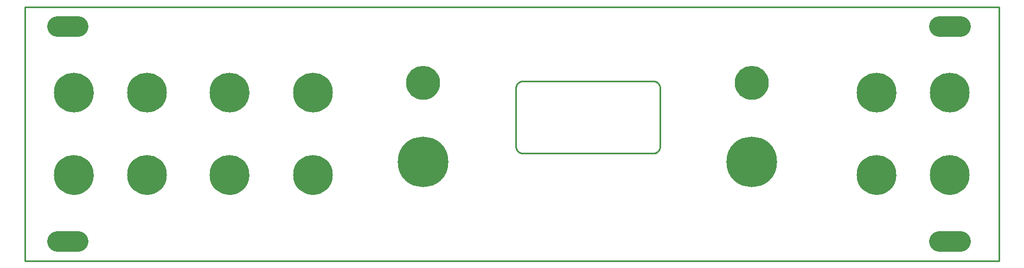
<source format=gts>
G04 EAGLE Gerber RS-274X export*
G75*
%MOMM*%
%FSLAX34Y34*%
%LPD*%
%INSoldermask Top*%
%IPPOS*%
%AMOC8*
5,1,8,0,0,1.08239X$1,22.5*%
G01*
%ADD10C,0.000000*%
%ADD11C,6.203200*%
%ADD12C,7.903200*%
%ADD13C,5.303200*%
%ADD14C,3.200000*%
%ADD15C,0.254000*%
%ADD16C,0.254000*%


D10*
X0Y0D02*
X1520000Y0D01*
X1520000Y396500D01*
X0Y396500D01*
X0Y0D01*
X46000Y263000D02*
X46009Y263736D01*
X46036Y264472D01*
X46081Y265207D01*
X46144Y265941D01*
X46226Y266672D01*
X46325Y267402D01*
X46442Y268129D01*
X46576Y268853D01*
X46729Y269573D01*
X46899Y270289D01*
X47087Y271001D01*
X47292Y271709D01*
X47514Y272410D01*
X47754Y273107D01*
X48010Y273797D01*
X48284Y274481D01*
X48574Y275157D01*
X48880Y275827D01*
X49203Y276488D01*
X49542Y277142D01*
X49897Y277787D01*
X50268Y278423D01*
X50654Y279050D01*
X51056Y279667D01*
X51472Y280274D01*
X51904Y280871D01*
X52350Y281457D01*
X52810Y282032D01*
X53284Y282595D01*
X53771Y283147D01*
X54273Y283686D01*
X54787Y284213D01*
X55314Y284727D01*
X55853Y285229D01*
X56405Y285716D01*
X56968Y286190D01*
X57543Y286650D01*
X58129Y287096D01*
X58726Y287528D01*
X59333Y287944D01*
X59950Y288346D01*
X60577Y288732D01*
X61213Y289103D01*
X61858Y289458D01*
X62512Y289797D01*
X63173Y290120D01*
X63843Y290426D01*
X64519Y290716D01*
X65203Y290990D01*
X65893Y291246D01*
X66590Y291486D01*
X67291Y291708D01*
X67999Y291913D01*
X68711Y292101D01*
X69427Y292271D01*
X70147Y292424D01*
X70871Y292558D01*
X71598Y292675D01*
X72328Y292774D01*
X73059Y292856D01*
X73793Y292919D01*
X74528Y292964D01*
X75264Y292991D01*
X76000Y293000D01*
X76736Y292991D01*
X77472Y292964D01*
X78207Y292919D01*
X78941Y292856D01*
X79672Y292774D01*
X80402Y292675D01*
X81129Y292558D01*
X81853Y292424D01*
X82573Y292271D01*
X83289Y292101D01*
X84001Y291913D01*
X84709Y291708D01*
X85410Y291486D01*
X86107Y291246D01*
X86797Y290990D01*
X87481Y290716D01*
X88157Y290426D01*
X88827Y290120D01*
X89488Y289797D01*
X90142Y289458D01*
X90787Y289103D01*
X91423Y288732D01*
X92050Y288346D01*
X92667Y287944D01*
X93274Y287528D01*
X93871Y287096D01*
X94457Y286650D01*
X95032Y286190D01*
X95595Y285716D01*
X96147Y285229D01*
X96686Y284727D01*
X97213Y284213D01*
X97727Y283686D01*
X98229Y283147D01*
X98716Y282595D01*
X99190Y282032D01*
X99650Y281457D01*
X100096Y280871D01*
X100528Y280274D01*
X100944Y279667D01*
X101346Y279050D01*
X101732Y278423D01*
X102103Y277787D01*
X102458Y277142D01*
X102797Y276488D01*
X103120Y275827D01*
X103426Y275157D01*
X103716Y274481D01*
X103990Y273797D01*
X104246Y273107D01*
X104486Y272410D01*
X104708Y271709D01*
X104913Y271001D01*
X105101Y270289D01*
X105271Y269573D01*
X105424Y268853D01*
X105558Y268129D01*
X105675Y267402D01*
X105774Y266672D01*
X105856Y265941D01*
X105919Y265207D01*
X105964Y264472D01*
X105991Y263736D01*
X106000Y263000D01*
X105991Y262264D01*
X105964Y261528D01*
X105919Y260793D01*
X105856Y260059D01*
X105774Y259328D01*
X105675Y258598D01*
X105558Y257871D01*
X105424Y257147D01*
X105271Y256427D01*
X105101Y255711D01*
X104913Y254999D01*
X104708Y254291D01*
X104486Y253590D01*
X104246Y252893D01*
X103990Y252203D01*
X103716Y251519D01*
X103426Y250843D01*
X103120Y250173D01*
X102797Y249512D01*
X102458Y248858D01*
X102103Y248213D01*
X101732Y247577D01*
X101346Y246950D01*
X100944Y246333D01*
X100528Y245726D01*
X100096Y245129D01*
X99650Y244543D01*
X99190Y243968D01*
X98716Y243405D01*
X98229Y242853D01*
X97727Y242314D01*
X97213Y241787D01*
X96686Y241273D01*
X96147Y240771D01*
X95595Y240284D01*
X95032Y239810D01*
X94457Y239350D01*
X93871Y238904D01*
X93274Y238472D01*
X92667Y238056D01*
X92050Y237654D01*
X91423Y237268D01*
X90787Y236897D01*
X90142Y236542D01*
X89488Y236203D01*
X88827Y235880D01*
X88157Y235574D01*
X87481Y235284D01*
X86797Y235010D01*
X86107Y234754D01*
X85410Y234514D01*
X84709Y234292D01*
X84001Y234087D01*
X83289Y233899D01*
X82573Y233729D01*
X81853Y233576D01*
X81129Y233442D01*
X80402Y233325D01*
X79672Y233226D01*
X78941Y233144D01*
X78207Y233081D01*
X77472Y233036D01*
X76736Y233009D01*
X76000Y233000D01*
X75264Y233009D01*
X74528Y233036D01*
X73793Y233081D01*
X73059Y233144D01*
X72328Y233226D01*
X71598Y233325D01*
X70871Y233442D01*
X70147Y233576D01*
X69427Y233729D01*
X68711Y233899D01*
X67999Y234087D01*
X67291Y234292D01*
X66590Y234514D01*
X65893Y234754D01*
X65203Y235010D01*
X64519Y235284D01*
X63843Y235574D01*
X63173Y235880D01*
X62512Y236203D01*
X61858Y236542D01*
X61213Y236897D01*
X60577Y237268D01*
X59950Y237654D01*
X59333Y238056D01*
X58726Y238472D01*
X58129Y238904D01*
X57543Y239350D01*
X56968Y239810D01*
X56405Y240284D01*
X55853Y240771D01*
X55314Y241273D01*
X54787Y241787D01*
X54273Y242314D01*
X53771Y242853D01*
X53284Y243405D01*
X52810Y243968D01*
X52350Y244543D01*
X51904Y245129D01*
X51472Y245726D01*
X51056Y246333D01*
X50654Y246950D01*
X50268Y247577D01*
X49897Y248213D01*
X49542Y248858D01*
X49203Y249512D01*
X48880Y250173D01*
X48574Y250843D01*
X48284Y251519D01*
X48010Y252203D01*
X47754Y252893D01*
X47514Y253590D01*
X47292Y254291D01*
X47087Y254999D01*
X46899Y255711D01*
X46729Y256427D01*
X46576Y257147D01*
X46442Y257871D01*
X46325Y258598D01*
X46226Y259328D01*
X46144Y260059D01*
X46081Y260793D01*
X46036Y261528D01*
X46009Y262264D01*
X46000Y263000D01*
D11*
X76000Y263000D03*
D10*
X160000Y263000D02*
X160009Y263736D01*
X160036Y264472D01*
X160081Y265207D01*
X160144Y265941D01*
X160226Y266672D01*
X160325Y267402D01*
X160442Y268129D01*
X160576Y268853D01*
X160729Y269573D01*
X160899Y270289D01*
X161087Y271001D01*
X161292Y271709D01*
X161514Y272410D01*
X161754Y273107D01*
X162010Y273797D01*
X162284Y274481D01*
X162574Y275157D01*
X162880Y275827D01*
X163203Y276488D01*
X163542Y277142D01*
X163897Y277787D01*
X164268Y278423D01*
X164654Y279050D01*
X165056Y279667D01*
X165472Y280274D01*
X165904Y280871D01*
X166350Y281457D01*
X166810Y282032D01*
X167284Y282595D01*
X167771Y283147D01*
X168273Y283686D01*
X168787Y284213D01*
X169314Y284727D01*
X169853Y285229D01*
X170405Y285716D01*
X170968Y286190D01*
X171543Y286650D01*
X172129Y287096D01*
X172726Y287528D01*
X173333Y287944D01*
X173950Y288346D01*
X174577Y288732D01*
X175213Y289103D01*
X175858Y289458D01*
X176512Y289797D01*
X177173Y290120D01*
X177843Y290426D01*
X178519Y290716D01*
X179203Y290990D01*
X179893Y291246D01*
X180590Y291486D01*
X181291Y291708D01*
X181999Y291913D01*
X182711Y292101D01*
X183427Y292271D01*
X184147Y292424D01*
X184871Y292558D01*
X185598Y292675D01*
X186328Y292774D01*
X187059Y292856D01*
X187793Y292919D01*
X188528Y292964D01*
X189264Y292991D01*
X190000Y293000D01*
X190736Y292991D01*
X191472Y292964D01*
X192207Y292919D01*
X192941Y292856D01*
X193672Y292774D01*
X194402Y292675D01*
X195129Y292558D01*
X195853Y292424D01*
X196573Y292271D01*
X197289Y292101D01*
X198001Y291913D01*
X198709Y291708D01*
X199410Y291486D01*
X200107Y291246D01*
X200797Y290990D01*
X201481Y290716D01*
X202157Y290426D01*
X202827Y290120D01*
X203488Y289797D01*
X204142Y289458D01*
X204787Y289103D01*
X205423Y288732D01*
X206050Y288346D01*
X206667Y287944D01*
X207274Y287528D01*
X207871Y287096D01*
X208457Y286650D01*
X209032Y286190D01*
X209595Y285716D01*
X210147Y285229D01*
X210686Y284727D01*
X211213Y284213D01*
X211727Y283686D01*
X212229Y283147D01*
X212716Y282595D01*
X213190Y282032D01*
X213650Y281457D01*
X214096Y280871D01*
X214528Y280274D01*
X214944Y279667D01*
X215346Y279050D01*
X215732Y278423D01*
X216103Y277787D01*
X216458Y277142D01*
X216797Y276488D01*
X217120Y275827D01*
X217426Y275157D01*
X217716Y274481D01*
X217990Y273797D01*
X218246Y273107D01*
X218486Y272410D01*
X218708Y271709D01*
X218913Y271001D01*
X219101Y270289D01*
X219271Y269573D01*
X219424Y268853D01*
X219558Y268129D01*
X219675Y267402D01*
X219774Y266672D01*
X219856Y265941D01*
X219919Y265207D01*
X219964Y264472D01*
X219991Y263736D01*
X220000Y263000D01*
X219991Y262264D01*
X219964Y261528D01*
X219919Y260793D01*
X219856Y260059D01*
X219774Y259328D01*
X219675Y258598D01*
X219558Y257871D01*
X219424Y257147D01*
X219271Y256427D01*
X219101Y255711D01*
X218913Y254999D01*
X218708Y254291D01*
X218486Y253590D01*
X218246Y252893D01*
X217990Y252203D01*
X217716Y251519D01*
X217426Y250843D01*
X217120Y250173D01*
X216797Y249512D01*
X216458Y248858D01*
X216103Y248213D01*
X215732Y247577D01*
X215346Y246950D01*
X214944Y246333D01*
X214528Y245726D01*
X214096Y245129D01*
X213650Y244543D01*
X213190Y243968D01*
X212716Y243405D01*
X212229Y242853D01*
X211727Y242314D01*
X211213Y241787D01*
X210686Y241273D01*
X210147Y240771D01*
X209595Y240284D01*
X209032Y239810D01*
X208457Y239350D01*
X207871Y238904D01*
X207274Y238472D01*
X206667Y238056D01*
X206050Y237654D01*
X205423Y237268D01*
X204787Y236897D01*
X204142Y236542D01*
X203488Y236203D01*
X202827Y235880D01*
X202157Y235574D01*
X201481Y235284D01*
X200797Y235010D01*
X200107Y234754D01*
X199410Y234514D01*
X198709Y234292D01*
X198001Y234087D01*
X197289Y233899D01*
X196573Y233729D01*
X195853Y233576D01*
X195129Y233442D01*
X194402Y233325D01*
X193672Y233226D01*
X192941Y233144D01*
X192207Y233081D01*
X191472Y233036D01*
X190736Y233009D01*
X190000Y233000D01*
X189264Y233009D01*
X188528Y233036D01*
X187793Y233081D01*
X187059Y233144D01*
X186328Y233226D01*
X185598Y233325D01*
X184871Y233442D01*
X184147Y233576D01*
X183427Y233729D01*
X182711Y233899D01*
X181999Y234087D01*
X181291Y234292D01*
X180590Y234514D01*
X179893Y234754D01*
X179203Y235010D01*
X178519Y235284D01*
X177843Y235574D01*
X177173Y235880D01*
X176512Y236203D01*
X175858Y236542D01*
X175213Y236897D01*
X174577Y237268D01*
X173950Y237654D01*
X173333Y238056D01*
X172726Y238472D01*
X172129Y238904D01*
X171543Y239350D01*
X170968Y239810D01*
X170405Y240284D01*
X169853Y240771D01*
X169314Y241273D01*
X168787Y241787D01*
X168273Y242314D01*
X167771Y242853D01*
X167284Y243405D01*
X166810Y243968D01*
X166350Y244543D01*
X165904Y245129D01*
X165472Y245726D01*
X165056Y246333D01*
X164654Y246950D01*
X164268Y247577D01*
X163897Y248213D01*
X163542Y248858D01*
X163203Y249512D01*
X162880Y250173D01*
X162574Y250843D01*
X162284Y251519D01*
X162010Y252203D01*
X161754Y252893D01*
X161514Y253590D01*
X161292Y254291D01*
X161087Y254999D01*
X160899Y255711D01*
X160729Y256427D01*
X160576Y257147D01*
X160442Y257871D01*
X160325Y258598D01*
X160226Y259328D01*
X160144Y260059D01*
X160081Y260793D01*
X160036Y261528D01*
X160009Y262264D01*
X160000Y263000D01*
D11*
X190000Y263000D03*
D10*
X289000Y263000D02*
X289009Y263736D01*
X289036Y264472D01*
X289081Y265207D01*
X289144Y265941D01*
X289226Y266672D01*
X289325Y267402D01*
X289442Y268129D01*
X289576Y268853D01*
X289729Y269573D01*
X289899Y270289D01*
X290087Y271001D01*
X290292Y271709D01*
X290514Y272410D01*
X290754Y273107D01*
X291010Y273797D01*
X291284Y274481D01*
X291574Y275157D01*
X291880Y275827D01*
X292203Y276488D01*
X292542Y277142D01*
X292897Y277787D01*
X293268Y278423D01*
X293654Y279050D01*
X294056Y279667D01*
X294472Y280274D01*
X294904Y280871D01*
X295350Y281457D01*
X295810Y282032D01*
X296284Y282595D01*
X296771Y283147D01*
X297273Y283686D01*
X297787Y284213D01*
X298314Y284727D01*
X298853Y285229D01*
X299405Y285716D01*
X299968Y286190D01*
X300543Y286650D01*
X301129Y287096D01*
X301726Y287528D01*
X302333Y287944D01*
X302950Y288346D01*
X303577Y288732D01*
X304213Y289103D01*
X304858Y289458D01*
X305512Y289797D01*
X306173Y290120D01*
X306843Y290426D01*
X307519Y290716D01*
X308203Y290990D01*
X308893Y291246D01*
X309590Y291486D01*
X310291Y291708D01*
X310999Y291913D01*
X311711Y292101D01*
X312427Y292271D01*
X313147Y292424D01*
X313871Y292558D01*
X314598Y292675D01*
X315328Y292774D01*
X316059Y292856D01*
X316793Y292919D01*
X317528Y292964D01*
X318264Y292991D01*
X319000Y293000D01*
X319736Y292991D01*
X320472Y292964D01*
X321207Y292919D01*
X321941Y292856D01*
X322672Y292774D01*
X323402Y292675D01*
X324129Y292558D01*
X324853Y292424D01*
X325573Y292271D01*
X326289Y292101D01*
X327001Y291913D01*
X327709Y291708D01*
X328410Y291486D01*
X329107Y291246D01*
X329797Y290990D01*
X330481Y290716D01*
X331157Y290426D01*
X331827Y290120D01*
X332488Y289797D01*
X333142Y289458D01*
X333787Y289103D01*
X334423Y288732D01*
X335050Y288346D01*
X335667Y287944D01*
X336274Y287528D01*
X336871Y287096D01*
X337457Y286650D01*
X338032Y286190D01*
X338595Y285716D01*
X339147Y285229D01*
X339686Y284727D01*
X340213Y284213D01*
X340727Y283686D01*
X341229Y283147D01*
X341716Y282595D01*
X342190Y282032D01*
X342650Y281457D01*
X343096Y280871D01*
X343528Y280274D01*
X343944Y279667D01*
X344346Y279050D01*
X344732Y278423D01*
X345103Y277787D01*
X345458Y277142D01*
X345797Y276488D01*
X346120Y275827D01*
X346426Y275157D01*
X346716Y274481D01*
X346990Y273797D01*
X347246Y273107D01*
X347486Y272410D01*
X347708Y271709D01*
X347913Y271001D01*
X348101Y270289D01*
X348271Y269573D01*
X348424Y268853D01*
X348558Y268129D01*
X348675Y267402D01*
X348774Y266672D01*
X348856Y265941D01*
X348919Y265207D01*
X348964Y264472D01*
X348991Y263736D01*
X349000Y263000D01*
X348991Y262264D01*
X348964Y261528D01*
X348919Y260793D01*
X348856Y260059D01*
X348774Y259328D01*
X348675Y258598D01*
X348558Y257871D01*
X348424Y257147D01*
X348271Y256427D01*
X348101Y255711D01*
X347913Y254999D01*
X347708Y254291D01*
X347486Y253590D01*
X347246Y252893D01*
X346990Y252203D01*
X346716Y251519D01*
X346426Y250843D01*
X346120Y250173D01*
X345797Y249512D01*
X345458Y248858D01*
X345103Y248213D01*
X344732Y247577D01*
X344346Y246950D01*
X343944Y246333D01*
X343528Y245726D01*
X343096Y245129D01*
X342650Y244543D01*
X342190Y243968D01*
X341716Y243405D01*
X341229Y242853D01*
X340727Y242314D01*
X340213Y241787D01*
X339686Y241273D01*
X339147Y240771D01*
X338595Y240284D01*
X338032Y239810D01*
X337457Y239350D01*
X336871Y238904D01*
X336274Y238472D01*
X335667Y238056D01*
X335050Y237654D01*
X334423Y237268D01*
X333787Y236897D01*
X333142Y236542D01*
X332488Y236203D01*
X331827Y235880D01*
X331157Y235574D01*
X330481Y235284D01*
X329797Y235010D01*
X329107Y234754D01*
X328410Y234514D01*
X327709Y234292D01*
X327001Y234087D01*
X326289Y233899D01*
X325573Y233729D01*
X324853Y233576D01*
X324129Y233442D01*
X323402Y233325D01*
X322672Y233226D01*
X321941Y233144D01*
X321207Y233081D01*
X320472Y233036D01*
X319736Y233009D01*
X319000Y233000D01*
X318264Y233009D01*
X317528Y233036D01*
X316793Y233081D01*
X316059Y233144D01*
X315328Y233226D01*
X314598Y233325D01*
X313871Y233442D01*
X313147Y233576D01*
X312427Y233729D01*
X311711Y233899D01*
X310999Y234087D01*
X310291Y234292D01*
X309590Y234514D01*
X308893Y234754D01*
X308203Y235010D01*
X307519Y235284D01*
X306843Y235574D01*
X306173Y235880D01*
X305512Y236203D01*
X304858Y236542D01*
X304213Y236897D01*
X303577Y237268D01*
X302950Y237654D01*
X302333Y238056D01*
X301726Y238472D01*
X301129Y238904D01*
X300543Y239350D01*
X299968Y239810D01*
X299405Y240284D01*
X298853Y240771D01*
X298314Y241273D01*
X297787Y241787D01*
X297273Y242314D01*
X296771Y242853D01*
X296284Y243405D01*
X295810Y243968D01*
X295350Y244543D01*
X294904Y245129D01*
X294472Y245726D01*
X294056Y246333D01*
X293654Y246950D01*
X293268Y247577D01*
X292897Y248213D01*
X292542Y248858D01*
X292203Y249512D01*
X291880Y250173D01*
X291574Y250843D01*
X291284Y251519D01*
X291010Y252203D01*
X290754Y252893D01*
X290514Y253590D01*
X290292Y254291D01*
X290087Y254999D01*
X289899Y255711D01*
X289729Y256427D01*
X289576Y257147D01*
X289442Y257871D01*
X289325Y258598D01*
X289226Y259328D01*
X289144Y260059D01*
X289081Y260793D01*
X289036Y261528D01*
X289009Y262264D01*
X289000Y263000D01*
D11*
X319000Y263000D03*
D10*
X419000Y263000D02*
X419009Y263736D01*
X419036Y264472D01*
X419081Y265207D01*
X419144Y265941D01*
X419226Y266672D01*
X419325Y267402D01*
X419442Y268129D01*
X419576Y268853D01*
X419729Y269573D01*
X419899Y270289D01*
X420087Y271001D01*
X420292Y271709D01*
X420514Y272410D01*
X420754Y273107D01*
X421010Y273797D01*
X421284Y274481D01*
X421574Y275157D01*
X421880Y275827D01*
X422203Y276488D01*
X422542Y277142D01*
X422897Y277787D01*
X423268Y278423D01*
X423654Y279050D01*
X424056Y279667D01*
X424472Y280274D01*
X424904Y280871D01*
X425350Y281457D01*
X425810Y282032D01*
X426284Y282595D01*
X426771Y283147D01*
X427273Y283686D01*
X427787Y284213D01*
X428314Y284727D01*
X428853Y285229D01*
X429405Y285716D01*
X429968Y286190D01*
X430543Y286650D01*
X431129Y287096D01*
X431726Y287528D01*
X432333Y287944D01*
X432950Y288346D01*
X433577Y288732D01*
X434213Y289103D01*
X434858Y289458D01*
X435512Y289797D01*
X436173Y290120D01*
X436843Y290426D01*
X437519Y290716D01*
X438203Y290990D01*
X438893Y291246D01*
X439590Y291486D01*
X440291Y291708D01*
X440999Y291913D01*
X441711Y292101D01*
X442427Y292271D01*
X443147Y292424D01*
X443871Y292558D01*
X444598Y292675D01*
X445328Y292774D01*
X446059Y292856D01*
X446793Y292919D01*
X447528Y292964D01*
X448264Y292991D01*
X449000Y293000D01*
X449736Y292991D01*
X450472Y292964D01*
X451207Y292919D01*
X451941Y292856D01*
X452672Y292774D01*
X453402Y292675D01*
X454129Y292558D01*
X454853Y292424D01*
X455573Y292271D01*
X456289Y292101D01*
X457001Y291913D01*
X457709Y291708D01*
X458410Y291486D01*
X459107Y291246D01*
X459797Y290990D01*
X460481Y290716D01*
X461157Y290426D01*
X461827Y290120D01*
X462488Y289797D01*
X463142Y289458D01*
X463787Y289103D01*
X464423Y288732D01*
X465050Y288346D01*
X465667Y287944D01*
X466274Y287528D01*
X466871Y287096D01*
X467457Y286650D01*
X468032Y286190D01*
X468595Y285716D01*
X469147Y285229D01*
X469686Y284727D01*
X470213Y284213D01*
X470727Y283686D01*
X471229Y283147D01*
X471716Y282595D01*
X472190Y282032D01*
X472650Y281457D01*
X473096Y280871D01*
X473528Y280274D01*
X473944Y279667D01*
X474346Y279050D01*
X474732Y278423D01*
X475103Y277787D01*
X475458Y277142D01*
X475797Y276488D01*
X476120Y275827D01*
X476426Y275157D01*
X476716Y274481D01*
X476990Y273797D01*
X477246Y273107D01*
X477486Y272410D01*
X477708Y271709D01*
X477913Y271001D01*
X478101Y270289D01*
X478271Y269573D01*
X478424Y268853D01*
X478558Y268129D01*
X478675Y267402D01*
X478774Y266672D01*
X478856Y265941D01*
X478919Y265207D01*
X478964Y264472D01*
X478991Y263736D01*
X479000Y263000D01*
X478991Y262264D01*
X478964Y261528D01*
X478919Y260793D01*
X478856Y260059D01*
X478774Y259328D01*
X478675Y258598D01*
X478558Y257871D01*
X478424Y257147D01*
X478271Y256427D01*
X478101Y255711D01*
X477913Y254999D01*
X477708Y254291D01*
X477486Y253590D01*
X477246Y252893D01*
X476990Y252203D01*
X476716Y251519D01*
X476426Y250843D01*
X476120Y250173D01*
X475797Y249512D01*
X475458Y248858D01*
X475103Y248213D01*
X474732Y247577D01*
X474346Y246950D01*
X473944Y246333D01*
X473528Y245726D01*
X473096Y245129D01*
X472650Y244543D01*
X472190Y243968D01*
X471716Y243405D01*
X471229Y242853D01*
X470727Y242314D01*
X470213Y241787D01*
X469686Y241273D01*
X469147Y240771D01*
X468595Y240284D01*
X468032Y239810D01*
X467457Y239350D01*
X466871Y238904D01*
X466274Y238472D01*
X465667Y238056D01*
X465050Y237654D01*
X464423Y237268D01*
X463787Y236897D01*
X463142Y236542D01*
X462488Y236203D01*
X461827Y235880D01*
X461157Y235574D01*
X460481Y235284D01*
X459797Y235010D01*
X459107Y234754D01*
X458410Y234514D01*
X457709Y234292D01*
X457001Y234087D01*
X456289Y233899D01*
X455573Y233729D01*
X454853Y233576D01*
X454129Y233442D01*
X453402Y233325D01*
X452672Y233226D01*
X451941Y233144D01*
X451207Y233081D01*
X450472Y233036D01*
X449736Y233009D01*
X449000Y233000D01*
X448264Y233009D01*
X447528Y233036D01*
X446793Y233081D01*
X446059Y233144D01*
X445328Y233226D01*
X444598Y233325D01*
X443871Y233442D01*
X443147Y233576D01*
X442427Y233729D01*
X441711Y233899D01*
X440999Y234087D01*
X440291Y234292D01*
X439590Y234514D01*
X438893Y234754D01*
X438203Y235010D01*
X437519Y235284D01*
X436843Y235574D01*
X436173Y235880D01*
X435512Y236203D01*
X434858Y236542D01*
X434213Y236897D01*
X433577Y237268D01*
X432950Y237654D01*
X432333Y238056D01*
X431726Y238472D01*
X431129Y238904D01*
X430543Y239350D01*
X429968Y239810D01*
X429405Y240284D01*
X428853Y240771D01*
X428314Y241273D01*
X427787Y241787D01*
X427273Y242314D01*
X426771Y242853D01*
X426284Y243405D01*
X425810Y243968D01*
X425350Y244543D01*
X424904Y245129D01*
X424472Y245726D01*
X424056Y246333D01*
X423654Y246950D01*
X423268Y247577D01*
X422897Y248213D01*
X422542Y248858D01*
X422203Y249512D01*
X421880Y250173D01*
X421574Y250843D01*
X421284Y251519D01*
X421010Y252203D01*
X420754Y252893D01*
X420514Y253590D01*
X420292Y254291D01*
X420087Y254999D01*
X419899Y255711D01*
X419729Y256427D01*
X419576Y257147D01*
X419442Y257871D01*
X419325Y258598D01*
X419226Y259328D01*
X419144Y260059D01*
X419081Y260793D01*
X419036Y261528D01*
X419009Y262264D01*
X419000Y263000D01*
D11*
X449000Y263000D03*
D10*
X419000Y134000D02*
X419009Y134736D01*
X419036Y135472D01*
X419081Y136207D01*
X419144Y136941D01*
X419226Y137672D01*
X419325Y138402D01*
X419442Y139129D01*
X419576Y139853D01*
X419729Y140573D01*
X419899Y141289D01*
X420087Y142001D01*
X420292Y142709D01*
X420514Y143410D01*
X420754Y144107D01*
X421010Y144797D01*
X421284Y145481D01*
X421574Y146157D01*
X421880Y146827D01*
X422203Y147488D01*
X422542Y148142D01*
X422897Y148787D01*
X423268Y149423D01*
X423654Y150050D01*
X424056Y150667D01*
X424472Y151274D01*
X424904Y151871D01*
X425350Y152457D01*
X425810Y153032D01*
X426284Y153595D01*
X426771Y154147D01*
X427273Y154686D01*
X427787Y155213D01*
X428314Y155727D01*
X428853Y156229D01*
X429405Y156716D01*
X429968Y157190D01*
X430543Y157650D01*
X431129Y158096D01*
X431726Y158528D01*
X432333Y158944D01*
X432950Y159346D01*
X433577Y159732D01*
X434213Y160103D01*
X434858Y160458D01*
X435512Y160797D01*
X436173Y161120D01*
X436843Y161426D01*
X437519Y161716D01*
X438203Y161990D01*
X438893Y162246D01*
X439590Y162486D01*
X440291Y162708D01*
X440999Y162913D01*
X441711Y163101D01*
X442427Y163271D01*
X443147Y163424D01*
X443871Y163558D01*
X444598Y163675D01*
X445328Y163774D01*
X446059Y163856D01*
X446793Y163919D01*
X447528Y163964D01*
X448264Y163991D01*
X449000Y164000D01*
X449736Y163991D01*
X450472Y163964D01*
X451207Y163919D01*
X451941Y163856D01*
X452672Y163774D01*
X453402Y163675D01*
X454129Y163558D01*
X454853Y163424D01*
X455573Y163271D01*
X456289Y163101D01*
X457001Y162913D01*
X457709Y162708D01*
X458410Y162486D01*
X459107Y162246D01*
X459797Y161990D01*
X460481Y161716D01*
X461157Y161426D01*
X461827Y161120D01*
X462488Y160797D01*
X463142Y160458D01*
X463787Y160103D01*
X464423Y159732D01*
X465050Y159346D01*
X465667Y158944D01*
X466274Y158528D01*
X466871Y158096D01*
X467457Y157650D01*
X468032Y157190D01*
X468595Y156716D01*
X469147Y156229D01*
X469686Y155727D01*
X470213Y155213D01*
X470727Y154686D01*
X471229Y154147D01*
X471716Y153595D01*
X472190Y153032D01*
X472650Y152457D01*
X473096Y151871D01*
X473528Y151274D01*
X473944Y150667D01*
X474346Y150050D01*
X474732Y149423D01*
X475103Y148787D01*
X475458Y148142D01*
X475797Y147488D01*
X476120Y146827D01*
X476426Y146157D01*
X476716Y145481D01*
X476990Y144797D01*
X477246Y144107D01*
X477486Y143410D01*
X477708Y142709D01*
X477913Y142001D01*
X478101Y141289D01*
X478271Y140573D01*
X478424Y139853D01*
X478558Y139129D01*
X478675Y138402D01*
X478774Y137672D01*
X478856Y136941D01*
X478919Y136207D01*
X478964Y135472D01*
X478991Y134736D01*
X479000Y134000D01*
X478991Y133264D01*
X478964Y132528D01*
X478919Y131793D01*
X478856Y131059D01*
X478774Y130328D01*
X478675Y129598D01*
X478558Y128871D01*
X478424Y128147D01*
X478271Y127427D01*
X478101Y126711D01*
X477913Y125999D01*
X477708Y125291D01*
X477486Y124590D01*
X477246Y123893D01*
X476990Y123203D01*
X476716Y122519D01*
X476426Y121843D01*
X476120Y121173D01*
X475797Y120512D01*
X475458Y119858D01*
X475103Y119213D01*
X474732Y118577D01*
X474346Y117950D01*
X473944Y117333D01*
X473528Y116726D01*
X473096Y116129D01*
X472650Y115543D01*
X472190Y114968D01*
X471716Y114405D01*
X471229Y113853D01*
X470727Y113314D01*
X470213Y112787D01*
X469686Y112273D01*
X469147Y111771D01*
X468595Y111284D01*
X468032Y110810D01*
X467457Y110350D01*
X466871Y109904D01*
X466274Y109472D01*
X465667Y109056D01*
X465050Y108654D01*
X464423Y108268D01*
X463787Y107897D01*
X463142Y107542D01*
X462488Y107203D01*
X461827Y106880D01*
X461157Y106574D01*
X460481Y106284D01*
X459797Y106010D01*
X459107Y105754D01*
X458410Y105514D01*
X457709Y105292D01*
X457001Y105087D01*
X456289Y104899D01*
X455573Y104729D01*
X454853Y104576D01*
X454129Y104442D01*
X453402Y104325D01*
X452672Y104226D01*
X451941Y104144D01*
X451207Y104081D01*
X450472Y104036D01*
X449736Y104009D01*
X449000Y104000D01*
X448264Y104009D01*
X447528Y104036D01*
X446793Y104081D01*
X446059Y104144D01*
X445328Y104226D01*
X444598Y104325D01*
X443871Y104442D01*
X443147Y104576D01*
X442427Y104729D01*
X441711Y104899D01*
X440999Y105087D01*
X440291Y105292D01*
X439590Y105514D01*
X438893Y105754D01*
X438203Y106010D01*
X437519Y106284D01*
X436843Y106574D01*
X436173Y106880D01*
X435512Y107203D01*
X434858Y107542D01*
X434213Y107897D01*
X433577Y108268D01*
X432950Y108654D01*
X432333Y109056D01*
X431726Y109472D01*
X431129Y109904D01*
X430543Y110350D01*
X429968Y110810D01*
X429405Y111284D01*
X428853Y111771D01*
X428314Y112273D01*
X427787Y112787D01*
X427273Y113314D01*
X426771Y113853D01*
X426284Y114405D01*
X425810Y114968D01*
X425350Y115543D01*
X424904Y116129D01*
X424472Y116726D01*
X424056Y117333D01*
X423654Y117950D01*
X423268Y118577D01*
X422897Y119213D01*
X422542Y119858D01*
X422203Y120512D01*
X421880Y121173D01*
X421574Y121843D01*
X421284Y122519D01*
X421010Y123203D01*
X420754Y123893D01*
X420514Y124590D01*
X420292Y125291D01*
X420087Y125999D01*
X419899Y126711D01*
X419729Y127427D01*
X419576Y128147D01*
X419442Y128871D01*
X419325Y129598D01*
X419226Y130328D01*
X419144Y131059D01*
X419081Y131793D01*
X419036Y132528D01*
X419009Y133264D01*
X419000Y134000D01*
D11*
X449000Y134000D03*
D10*
X289000Y134000D02*
X289009Y134736D01*
X289036Y135472D01*
X289081Y136207D01*
X289144Y136941D01*
X289226Y137672D01*
X289325Y138402D01*
X289442Y139129D01*
X289576Y139853D01*
X289729Y140573D01*
X289899Y141289D01*
X290087Y142001D01*
X290292Y142709D01*
X290514Y143410D01*
X290754Y144107D01*
X291010Y144797D01*
X291284Y145481D01*
X291574Y146157D01*
X291880Y146827D01*
X292203Y147488D01*
X292542Y148142D01*
X292897Y148787D01*
X293268Y149423D01*
X293654Y150050D01*
X294056Y150667D01*
X294472Y151274D01*
X294904Y151871D01*
X295350Y152457D01*
X295810Y153032D01*
X296284Y153595D01*
X296771Y154147D01*
X297273Y154686D01*
X297787Y155213D01*
X298314Y155727D01*
X298853Y156229D01*
X299405Y156716D01*
X299968Y157190D01*
X300543Y157650D01*
X301129Y158096D01*
X301726Y158528D01*
X302333Y158944D01*
X302950Y159346D01*
X303577Y159732D01*
X304213Y160103D01*
X304858Y160458D01*
X305512Y160797D01*
X306173Y161120D01*
X306843Y161426D01*
X307519Y161716D01*
X308203Y161990D01*
X308893Y162246D01*
X309590Y162486D01*
X310291Y162708D01*
X310999Y162913D01*
X311711Y163101D01*
X312427Y163271D01*
X313147Y163424D01*
X313871Y163558D01*
X314598Y163675D01*
X315328Y163774D01*
X316059Y163856D01*
X316793Y163919D01*
X317528Y163964D01*
X318264Y163991D01*
X319000Y164000D01*
X319736Y163991D01*
X320472Y163964D01*
X321207Y163919D01*
X321941Y163856D01*
X322672Y163774D01*
X323402Y163675D01*
X324129Y163558D01*
X324853Y163424D01*
X325573Y163271D01*
X326289Y163101D01*
X327001Y162913D01*
X327709Y162708D01*
X328410Y162486D01*
X329107Y162246D01*
X329797Y161990D01*
X330481Y161716D01*
X331157Y161426D01*
X331827Y161120D01*
X332488Y160797D01*
X333142Y160458D01*
X333787Y160103D01*
X334423Y159732D01*
X335050Y159346D01*
X335667Y158944D01*
X336274Y158528D01*
X336871Y158096D01*
X337457Y157650D01*
X338032Y157190D01*
X338595Y156716D01*
X339147Y156229D01*
X339686Y155727D01*
X340213Y155213D01*
X340727Y154686D01*
X341229Y154147D01*
X341716Y153595D01*
X342190Y153032D01*
X342650Y152457D01*
X343096Y151871D01*
X343528Y151274D01*
X343944Y150667D01*
X344346Y150050D01*
X344732Y149423D01*
X345103Y148787D01*
X345458Y148142D01*
X345797Y147488D01*
X346120Y146827D01*
X346426Y146157D01*
X346716Y145481D01*
X346990Y144797D01*
X347246Y144107D01*
X347486Y143410D01*
X347708Y142709D01*
X347913Y142001D01*
X348101Y141289D01*
X348271Y140573D01*
X348424Y139853D01*
X348558Y139129D01*
X348675Y138402D01*
X348774Y137672D01*
X348856Y136941D01*
X348919Y136207D01*
X348964Y135472D01*
X348991Y134736D01*
X349000Y134000D01*
X348991Y133264D01*
X348964Y132528D01*
X348919Y131793D01*
X348856Y131059D01*
X348774Y130328D01*
X348675Y129598D01*
X348558Y128871D01*
X348424Y128147D01*
X348271Y127427D01*
X348101Y126711D01*
X347913Y125999D01*
X347708Y125291D01*
X347486Y124590D01*
X347246Y123893D01*
X346990Y123203D01*
X346716Y122519D01*
X346426Y121843D01*
X346120Y121173D01*
X345797Y120512D01*
X345458Y119858D01*
X345103Y119213D01*
X344732Y118577D01*
X344346Y117950D01*
X343944Y117333D01*
X343528Y116726D01*
X343096Y116129D01*
X342650Y115543D01*
X342190Y114968D01*
X341716Y114405D01*
X341229Y113853D01*
X340727Y113314D01*
X340213Y112787D01*
X339686Y112273D01*
X339147Y111771D01*
X338595Y111284D01*
X338032Y110810D01*
X337457Y110350D01*
X336871Y109904D01*
X336274Y109472D01*
X335667Y109056D01*
X335050Y108654D01*
X334423Y108268D01*
X333787Y107897D01*
X333142Y107542D01*
X332488Y107203D01*
X331827Y106880D01*
X331157Y106574D01*
X330481Y106284D01*
X329797Y106010D01*
X329107Y105754D01*
X328410Y105514D01*
X327709Y105292D01*
X327001Y105087D01*
X326289Y104899D01*
X325573Y104729D01*
X324853Y104576D01*
X324129Y104442D01*
X323402Y104325D01*
X322672Y104226D01*
X321941Y104144D01*
X321207Y104081D01*
X320472Y104036D01*
X319736Y104009D01*
X319000Y104000D01*
X318264Y104009D01*
X317528Y104036D01*
X316793Y104081D01*
X316059Y104144D01*
X315328Y104226D01*
X314598Y104325D01*
X313871Y104442D01*
X313147Y104576D01*
X312427Y104729D01*
X311711Y104899D01*
X310999Y105087D01*
X310291Y105292D01*
X309590Y105514D01*
X308893Y105754D01*
X308203Y106010D01*
X307519Y106284D01*
X306843Y106574D01*
X306173Y106880D01*
X305512Y107203D01*
X304858Y107542D01*
X304213Y107897D01*
X303577Y108268D01*
X302950Y108654D01*
X302333Y109056D01*
X301726Y109472D01*
X301129Y109904D01*
X300543Y110350D01*
X299968Y110810D01*
X299405Y111284D01*
X298853Y111771D01*
X298314Y112273D01*
X297787Y112787D01*
X297273Y113314D01*
X296771Y113853D01*
X296284Y114405D01*
X295810Y114968D01*
X295350Y115543D01*
X294904Y116129D01*
X294472Y116726D01*
X294056Y117333D01*
X293654Y117950D01*
X293268Y118577D01*
X292897Y119213D01*
X292542Y119858D01*
X292203Y120512D01*
X291880Y121173D01*
X291574Y121843D01*
X291284Y122519D01*
X291010Y123203D01*
X290754Y123893D01*
X290514Y124590D01*
X290292Y125291D01*
X290087Y125999D01*
X289899Y126711D01*
X289729Y127427D01*
X289576Y128147D01*
X289442Y128871D01*
X289325Y129598D01*
X289226Y130328D01*
X289144Y131059D01*
X289081Y131793D01*
X289036Y132528D01*
X289009Y133264D01*
X289000Y134000D01*
D11*
X319000Y134000D03*
D10*
X160000Y134000D02*
X160009Y134736D01*
X160036Y135472D01*
X160081Y136207D01*
X160144Y136941D01*
X160226Y137672D01*
X160325Y138402D01*
X160442Y139129D01*
X160576Y139853D01*
X160729Y140573D01*
X160899Y141289D01*
X161087Y142001D01*
X161292Y142709D01*
X161514Y143410D01*
X161754Y144107D01*
X162010Y144797D01*
X162284Y145481D01*
X162574Y146157D01*
X162880Y146827D01*
X163203Y147488D01*
X163542Y148142D01*
X163897Y148787D01*
X164268Y149423D01*
X164654Y150050D01*
X165056Y150667D01*
X165472Y151274D01*
X165904Y151871D01*
X166350Y152457D01*
X166810Y153032D01*
X167284Y153595D01*
X167771Y154147D01*
X168273Y154686D01*
X168787Y155213D01*
X169314Y155727D01*
X169853Y156229D01*
X170405Y156716D01*
X170968Y157190D01*
X171543Y157650D01*
X172129Y158096D01*
X172726Y158528D01*
X173333Y158944D01*
X173950Y159346D01*
X174577Y159732D01*
X175213Y160103D01*
X175858Y160458D01*
X176512Y160797D01*
X177173Y161120D01*
X177843Y161426D01*
X178519Y161716D01*
X179203Y161990D01*
X179893Y162246D01*
X180590Y162486D01*
X181291Y162708D01*
X181999Y162913D01*
X182711Y163101D01*
X183427Y163271D01*
X184147Y163424D01*
X184871Y163558D01*
X185598Y163675D01*
X186328Y163774D01*
X187059Y163856D01*
X187793Y163919D01*
X188528Y163964D01*
X189264Y163991D01*
X190000Y164000D01*
X190736Y163991D01*
X191472Y163964D01*
X192207Y163919D01*
X192941Y163856D01*
X193672Y163774D01*
X194402Y163675D01*
X195129Y163558D01*
X195853Y163424D01*
X196573Y163271D01*
X197289Y163101D01*
X198001Y162913D01*
X198709Y162708D01*
X199410Y162486D01*
X200107Y162246D01*
X200797Y161990D01*
X201481Y161716D01*
X202157Y161426D01*
X202827Y161120D01*
X203488Y160797D01*
X204142Y160458D01*
X204787Y160103D01*
X205423Y159732D01*
X206050Y159346D01*
X206667Y158944D01*
X207274Y158528D01*
X207871Y158096D01*
X208457Y157650D01*
X209032Y157190D01*
X209595Y156716D01*
X210147Y156229D01*
X210686Y155727D01*
X211213Y155213D01*
X211727Y154686D01*
X212229Y154147D01*
X212716Y153595D01*
X213190Y153032D01*
X213650Y152457D01*
X214096Y151871D01*
X214528Y151274D01*
X214944Y150667D01*
X215346Y150050D01*
X215732Y149423D01*
X216103Y148787D01*
X216458Y148142D01*
X216797Y147488D01*
X217120Y146827D01*
X217426Y146157D01*
X217716Y145481D01*
X217990Y144797D01*
X218246Y144107D01*
X218486Y143410D01*
X218708Y142709D01*
X218913Y142001D01*
X219101Y141289D01*
X219271Y140573D01*
X219424Y139853D01*
X219558Y139129D01*
X219675Y138402D01*
X219774Y137672D01*
X219856Y136941D01*
X219919Y136207D01*
X219964Y135472D01*
X219991Y134736D01*
X220000Y134000D01*
X219991Y133264D01*
X219964Y132528D01*
X219919Y131793D01*
X219856Y131059D01*
X219774Y130328D01*
X219675Y129598D01*
X219558Y128871D01*
X219424Y128147D01*
X219271Y127427D01*
X219101Y126711D01*
X218913Y125999D01*
X218708Y125291D01*
X218486Y124590D01*
X218246Y123893D01*
X217990Y123203D01*
X217716Y122519D01*
X217426Y121843D01*
X217120Y121173D01*
X216797Y120512D01*
X216458Y119858D01*
X216103Y119213D01*
X215732Y118577D01*
X215346Y117950D01*
X214944Y117333D01*
X214528Y116726D01*
X214096Y116129D01*
X213650Y115543D01*
X213190Y114968D01*
X212716Y114405D01*
X212229Y113853D01*
X211727Y113314D01*
X211213Y112787D01*
X210686Y112273D01*
X210147Y111771D01*
X209595Y111284D01*
X209032Y110810D01*
X208457Y110350D01*
X207871Y109904D01*
X207274Y109472D01*
X206667Y109056D01*
X206050Y108654D01*
X205423Y108268D01*
X204787Y107897D01*
X204142Y107542D01*
X203488Y107203D01*
X202827Y106880D01*
X202157Y106574D01*
X201481Y106284D01*
X200797Y106010D01*
X200107Y105754D01*
X199410Y105514D01*
X198709Y105292D01*
X198001Y105087D01*
X197289Y104899D01*
X196573Y104729D01*
X195853Y104576D01*
X195129Y104442D01*
X194402Y104325D01*
X193672Y104226D01*
X192941Y104144D01*
X192207Y104081D01*
X191472Y104036D01*
X190736Y104009D01*
X190000Y104000D01*
X189264Y104009D01*
X188528Y104036D01*
X187793Y104081D01*
X187059Y104144D01*
X186328Y104226D01*
X185598Y104325D01*
X184871Y104442D01*
X184147Y104576D01*
X183427Y104729D01*
X182711Y104899D01*
X181999Y105087D01*
X181291Y105292D01*
X180590Y105514D01*
X179893Y105754D01*
X179203Y106010D01*
X178519Y106284D01*
X177843Y106574D01*
X177173Y106880D01*
X176512Y107203D01*
X175858Y107542D01*
X175213Y107897D01*
X174577Y108268D01*
X173950Y108654D01*
X173333Y109056D01*
X172726Y109472D01*
X172129Y109904D01*
X171543Y110350D01*
X170968Y110810D01*
X170405Y111284D01*
X169853Y111771D01*
X169314Y112273D01*
X168787Y112787D01*
X168273Y113314D01*
X167771Y113853D01*
X167284Y114405D01*
X166810Y114968D01*
X166350Y115543D01*
X165904Y116129D01*
X165472Y116726D01*
X165056Y117333D01*
X164654Y117950D01*
X164268Y118577D01*
X163897Y119213D01*
X163542Y119858D01*
X163203Y120512D01*
X162880Y121173D01*
X162574Y121843D01*
X162284Y122519D01*
X162010Y123203D01*
X161754Y123893D01*
X161514Y124590D01*
X161292Y125291D01*
X161087Y125999D01*
X160899Y126711D01*
X160729Y127427D01*
X160576Y128147D01*
X160442Y128871D01*
X160325Y129598D01*
X160226Y130328D01*
X160144Y131059D01*
X160081Y131793D01*
X160036Y132528D01*
X160009Y133264D01*
X160000Y134000D01*
D11*
X190000Y134000D03*
D10*
X46000Y134000D02*
X46009Y134736D01*
X46036Y135472D01*
X46081Y136207D01*
X46144Y136941D01*
X46226Y137672D01*
X46325Y138402D01*
X46442Y139129D01*
X46576Y139853D01*
X46729Y140573D01*
X46899Y141289D01*
X47087Y142001D01*
X47292Y142709D01*
X47514Y143410D01*
X47754Y144107D01*
X48010Y144797D01*
X48284Y145481D01*
X48574Y146157D01*
X48880Y146827D01*
X49203Y147488D01*
X49542Y148142D01*
X49897Y148787D01*
X50268Y149423D01*
X50654Y150050D01*
X51056Y150667D01*
X51472Y151274D01*
X51904Y151871D01*
X52350Y152457D01*
X52810Y153032D01*
X53284Y153595D01*
X53771Y154147D01*
X54273Y154686D01*
X54787Y155213D01*
X55314Y155727D01*
X55853Y156229D01*
X56405Y156716D01*
X56968Y157190D01*
X57543Y157650D01*
X58129Y158096D01*
X58726Y158528D01*
X59333Y158944D01*
X59950Y159346D01*
X60577Y159732D01*
X61213Y160103D01*
X61858Y160458D01*
X62512Y160797D01*
X63173Y161120D01*
X63843Y161426D01*
X64519Y161716D01*
X65203Y161990D01*
X65893Y162246D01*
X66590Y162486D01*
X67291Y162708D01*
X67999Y162913D01*
X68711Y163101D01*
X69427Y163271D01*
X70147Y163424D01*
X70871Y163558D01*
X71598Y163675D01*
X72328Y163774D01*
X73059Y163856D01*
X73793Y163919D01*
X74528Y163964D01*
X75264Y163991D01*
X76000Y164000D01*
X76736Y163991D01*
X77472Y163964D01*
X78207Y163919D01*
X78941Y163856D01*
X79672Y163774D01*
X80402Y163675D01*
X81129Y163558D01*
X81853Y163424D01*
X82573Y163271D01*
X83289Y163101D01*
X84001Y162913D01*
X84709Y162708D01*
X85410Y162486D01*
X86107Y162246D01*
X86797Y161990D01*
X87481Y161716D01*
X88157Y161426D01*
X88827Y161120D01*
X89488Y160797D01*
X90142Y160458D01*
X90787Y160103D01*
X91423Y159732D01*
X92050Y159346D01*
X92667Y158944D01*
X93274Y158528D01*
X93871Y158096D01*
X94457Y157650D01*
X95032Y157190D01*
X95595Y156716D01*
X96147Y156229D01*
X96686Y155727D01*
X97213Y155213D01*
X97727Y154686D01*
X98229Y154147D01*
X98716Y153595D01*
X99190Y153032D01*
X99650Y152457D01*
X100096Y151871D01*
X100528Y151274D01*
X100944Y150667D01*
X101346Y150050D01*
X101732Y149423D01*
X102103Y148787D01*
X102458Y148142D01*
X102797Y147488D01*
X103120Y146827D01*
X103426Y146157D01*
X103716Y145481D01*
X103990Y144797D01*
X104246Y144107D01*
X104486Y143410D01*
X104708Y142709D01*
X104913Y142001D01*
X105101Y141289D01*
X105271Y140573D01*
X105424Y139853D01*
X105558Y139129D01*
X105675Y138402D01*
X105774Y137672D01*
X105856Y136941D01*
X105919Y136207D01*
X105964Y135472D01*
X105991Y134736D01*
X106000Y134000D01*
X105991Y133264D01*
X105964Y132528D01*
X105919Y131793D01*
X105856Y131059D01*
X105774Y130328D01*
X105675Y129598D01*
X105558Y128871D01*
X105424Y128147D01*
X105271Y127427D01*
X105101Y126711D01*
X104913Y125999D01*
X104708Y125291D01*
X104486Y124590D01*
X104246Y123893D01*
X103990Y123203D01*
X103716Y122519D01*
X103426Y121843D01*
X103120Y121173D01*
X102797Y120512D01*
X102458Y119858D01*
X102103Y119213D01*
X101732Y118577D01*
X101346Y117950D01*
X100944Y117333D01*
X100528Y116726D01*
X100096Y116129D01*
X99650Y115543D01*
X99190Y114968D01*
X98716Y114405D01*
X98229Y113853D01*
X97727Y113314D01*
X97213Y112787D01*
X96686Y112273D01*
X96147Y111771D01*
X95595Y111284D01*
X95032Y110810D01*
X94457Y110350D01*
X93871Y109904D01*
X93274Y109472D01*
X92667Y109056D01*
X92050Y108654D01*
X91423Y108268D01*
X90787Y107897D01*
X90142Y107542D01*
X89488Y107203D01*
X88827Y106880D01*
X88157Y106574D01*
X87481Y106284D01*
X86797Y106010D01*
X86107Y105754D01*
X85410Y105514D01*
X84709Y105292D01*
X84001Y105087D01*
X83289Y104899D01*
X82573Y104729D01*
X81853Y104576D01*
X81129Y104442D01*
X80402Y104325D01*
X79672Y104226D01*
X78941Y104144D01*
X78207Y104081D01*
X77472Y104036D01*
X76736Y104009D01*
X76000Y104000D01*
X75264Y104009D01*
X74528Y104036D01*
X73793Y104081D01*
X73059Y104144D01*
X72328Y104226D01*
X71598Y104325D01*
X70871Y104442D01*
X70147Y104576D01*
X69427Y104729D01*
X68711Y104899D01*
X67999Y105087D01*
X67291Y105292D01*
X66590Y105514D01*
X65893Y105754D01*
X65203Y106010D01*
X64519Y106284D01*
X63843Y106574D01*
X63173Y106880D01*
X62512Y107203D01*
X61858Y107542D01*
X61213Y107897D01*
X60577Y108268D01*
X59950Y108654D01*
X59333Y109056D01*
X58726Y109472D01*
X58129Y109904D01*
X57543Y110350D01*
X56968Y110810D01*
X56405Y111284D01*
X55853Y111771D01*
X55314Y112273D01*
X54787Y112787D01*
X54273Y113314D01*
X53771Y113853D01*
X53284Y114405D01*
X52810Y114968D01*
X52350Y115543D01*
X51904Y116129D01*
X51472Y116726D01*
X51056Y117333D01*
X50654Y117950D01*
X50268Y118577D01*
X49897Y119213D01*
X49542Y119858D01*
X49203Y120512D01*
X48880Y121173D01*
X48574Y121843D01*
X48284Y122519D01*
X48010Y123203D01*
X47754Y123893D01*
X47514Y124590D01*
X47292Y125291D01*
X47087Y125999D01*
X46899Y126711D01*
X46729Y127427D01*
X46576Y128147D01*
X46442Y128871D01*
X46325Y129598D01*
X46226Y130328D01*
X46144Y131059D01*
X46081Y131793D01*
X46036Y132528D01*
X46009Y133264D01*
X46000Y134000D01*
D11*
X76000Y134000D03*
D10*
X1299000Y263000D02*
X1299009Y263736D01*
X1299036Y264472D01*
X1299081Y265207D01*
X1299144Y265941D01*
X1299226Y266672D01*
X1299325Y267402D01*
X1299442Y268129D01*
X1299576Y268853D01*
X1299729Y269573D01*
X1299899Y270289D01*
X1300087Y271001D01*
X1300292Y271709D01*
X1300514Y272410D01*
X1300754Y273107D01*
X1301010Y273797D01*
X1301284Y274481D01*
X1301574Y275157D01*
X1301880Y275827D01*
X1302203Y276488D01*
X1302542Y277142D01*
X1302897Y277787D01*
X1303268Y278423D01*
X1303654Y279050D01*
X1304056Y279667D01*
X1304472Y280274D01*
X1304904Y280871D01*
X1305350Y281457D01*
X1305810Y282032D01*
X1306284Y282595D01*
X1306771Y283147D01*
X1307273Y283686D01*
X1307787Y284213D01*
X1308314Y284727D01*
X1308853Y285229D01*
X1309405Y285716D01*
X1309968Y286190D01*
X1310543Y286650D01*
X1311129Y287096D01*
X1311726Y287528D01*
X1312333Y287944D01*
X1312950Y288346D01*
X1313577Y288732D01*
X1314213Y289103D01*
X1314858Y289458D01*
X1315512Y289797D01*
X1316173Y290120D01*
X1316843Y290426D01*
X1317519Y290716D01*
X1318203Y290990D01*
X1318893Y291246D01*
X1319590Y291486D01*
X1320291Y291708D01*
X1320999Y291913D01*
X1321711Y292101D01*
X1322427Y292271D01*
X1323147Y292424D01*
X1323871Y292558D01*
X1324598Y292675D01*
X1325328Y292774D01*
X1326059Y292856D01*
X1326793Y292919D01*
X1327528Y292964D01*
X1328264Y292991D01*
X1329000Y293000D01*
X1329736Y292991D01*
X1330472Y292964D01*
X1331207Y292919D01*
X1331941Y292856D01*
X1332672Y292774D01*
X1333402Y292675D01*
X1334129Y292558D01*
X1334853Y292424D01*
X1335573Y292271D01*
X1336289Y292101D01*
X1337001Y291913D01*
X1337709Y291708D01*
X1338410Y291486D01*
X1339107Y291246D01*
X1339797Y290990D01*
X1340481Y290716D01*
X1341157Y290426D01*
X1341827Y290120D01*
X1342488Y289797D01*
X1343142Y289458D01*
X1343787Y289103D01*
X1344423Y288732D01*
X1345050Y288346D01*
X1345667Y287944D01*
X1346274Y287528D01*
X1346871Y287096D01*
X1347457Y286650D01*
X1348032Y286190D01*
X1348595Y285716D01*
X1349147Y285229D01*
X1349686Y284727D01*
X1350213Y284213D01*
X1350727Y283686D01*
X1351229Y283147D01*
X1351716Y282595D01*
X1352190Y282032D01*
X1352650Y281457D01*
X1353096Y280871D01*
X1353528Y280274D01*
X1353944Y279667D01*
X1354346Y279050D01*
X1354732Y278423D01*
X1355103Y277787D01*
X1355458Y277142D01*
X1355797Y276488D01*
X1356120Y275827D01*
X1356426Y275157D01*
X1356716Y274481D01*
X1356990Y273797D01*
X1357246Y273107D01*
X1357486Y272410D01*
X1357708Y271709D01*
X1357913Y271001D01*
X1358101Y270289D01*
X1358271Y269573D01*
X1358424Y268853D01*
X1358558Y268129D01*
X1358675Y267402D01*
X1358774Y266672D01*
X1358856Y265941D01*
X1358919Y265207D01*
X1358964Y264472D01*
X1358991Y263736D01*
X1359000Y263000D01*
X1358991Y262264D01*
X1358964Y261528D01*
X1358919Y260793D01*
X1358856Y260059D01*
X1358774Y259328D01*
X1358675Y258598D01*
X1358558Y257871D01*
X1358424Y257147D01*
X1358271Y256427D01*
X1358101Y255711D01*
X1357913Y254999D01*
X1357708Y254291D01*
X1357486Y253590D01*
X1357246Y252893D01*
X1356990Y252203D01*
X1356716Y251519D01*
X1356426Y250843D01*
X1356120Y250173D01*
X1355797Y249512D01*
X1355458Y248858D01*
X1355103Y248213D01*
X1354732Y247577D01*
X1354346Y246950D01*
X1353944Y246333D01*
X1353528Y245726D01*
X1353096Y245129D01*
X1352650Y244543D01*
X1352190Y243968D01*
X1351716Y243405D01*
X1351229Y242853D01*
X1350727Y242314D01*
X1350213Y241787D01*
X1349686Y241273D01*
X1349147Y240771D01*
X1348595Y240284D01*
X1348032Y239810D01*
X1347457Y239350D01*
X1346871Y238904D01*
X1346274Y238472D01*
X1345667Y238056D01*
X1345050Y237654D01*
X1344423Y237268D01*
X1343787Y236897D01*
X1343142Y236542D01*
X1342488Y236203D01*
X1341827Y235880D01*
X1341157Y235574D01*
X1340481Y235284D01*
X1339797Y235010D01*
X1339107Y234754D01*
X1338410Y234514D01*
X1337709Y234292D01*
X1337001Y234087D01*
X1336289Y233899D01*
X1335573Y233729D01*
X1334853Y233576D01*
X1334129Y233442D01*
X1333402Y233325D01*
X1332672Y233226D01*
X1331941Y233144D01*
X1331207Y233081D01*
X1330472Y233036D01*
X1329736Y233009D01*
X1329000Y233000D01*
X1328264Y233009D01*
X1327528Y233036D01*
X1326793Y233081D01*
X1326059Y233144D01*
X1325328Y233226D01*
X1324598Y233325D01*
X1323871Y233442D01*
X1323147Y233576D01*
X1322427Y233729D01*
X1321711Y233899D01*
X1320999Y234087D01*
X1320291Y234292D01*
X1319590Y234514D01*
X1318893Y234754D01*
X1318203Y235010D01*
X1317519Y235284D01*
X1316843Y235574D01*
X1316173Y235880D01*
X1315512Y236203D01*
X1314858Y236542D01*
X1314213Y236897D01*
X1313577Y237268D01*
X1312950Y237654D01*
X1312333Y238056D01*
X1311726Y238472D01*
X1311129Y238904D01*
X1310543Y239350D01*
X1309968Y239810D01*
X1309405Y240284D01*
X1308853Y240771D01*
X1308314Y241273D01*
X1307787Y241787D01*
X1307273Y242314D01*
X1306771Y242853D01*
X1306284Y243405D01*
X1305810Y243968D01*
X1305350Y244543D01*
X1304904Y245129D01*
X1304472Y245726D01*
X1304056Y246333D01*
X1303654Y246950D01*
X1303268Y247577D01*
X1302897Y248213D01*
X1302542Y248858D01*
X1302203Y249512D01*
X1301880Y250173D01*
X1301574Y250843D01*
X1301284Y251519D01*
X1301010Y252203D01*
X1300754Y252893D01*
X1300514Y253590D01*
X1300292Y254291D01*
X1300087Y254999D01*
X1299899Y255711D01*
X1299729Y256427D01*
X1299576Y257147D01*
X1299442Y257871D01*
X1299325Y258598D01*
X1299226Y259328D01*
X1299144Y260059D01*
X1299081Y260793D01*
X1299036Y261528D01*
X1299009Y262264D01*
X1299000Y263000D01*
D11*
X1329000Y263000D03*
D10*
X1413000Y263000D02*
X1413009Y263736D01*
X1413036Y264472D01*
X1413081Y265207D01*
X1413144Y265941D01*
X1413226Y266672D01*
X1413325Y267402D01*
X1413442Y268129D01*
X1413576Y268853D01*
X1413729Y269573D01*
X1413899Y270289D01*
X1414087Y271001D01*
X1414292Y271709D01*
X1414514Y272410D01*
X1414754Y273107D01*
X1415010Y273797D01*
X1415284Y274481D01*
X1415574Y275157D01*
X1415880Y275827D01*
X1416203Y276488D01*
X1416542Y277142D01*
X1416897Y277787D01*
X1417268Y278423D01*
X1417654Y279050D01*
X1418056Y279667D01*
X1418472Y280274D01*
X1418904Y280871D01*
X1419350Y281457D01*
X1419810Y282032D01*
X1420284Y282595D01*
X1420771Y283147D01*
X1421273Y283686D01*
X1421787Y284213D01*
X1422314Y284727D01*
X1422853Y285229D01*
X1423405Y285716D01*
X1423968Y286190D01*
X1424543Y286650D01*
X1425129Y287096D01*
X1425726Y287528D01*
X1426333Y287944D01*
X1426950Y288346D01*
X1427577Y288732D01*
X1428213Y289103D01*
X1428858Y289458D01*
X1429512Y289797D01*
X1430173Y290120D01*
X1430843Y290426D01*
X1431519Y290716D01*
X1432203Y290990D01*
X1432893Y291246D01*
X1433590Y291486D01*
X1434291Y291708D01*
X1434999Y291913D01*
X1435711Y292101D01*
X1436427Y292271D01*
X1437147Y292424D01*
X1437871Y292558D01*
X1438598Y292675D01*
X1439328Y292774D01*
X1440059Y292856D01*
X1440793Y292919D01*
X1441528Y292964D01*
X1442264Y292991D01*
X1443000Y293000D01*
X1443736Y292991D01*
X1444472Y292964D01*
X1445207Y292919D01*
X1445941Y292856D01*
X1446672Y292774D01*
X1447402Y292675D01*
X1448129Y292558D01*
X1448853Y292424D01*
X1449573Y292271D01*
X1450289Y292101D01*
X1451001Y291913D01*
X1451709Y291708D01*
X1452410Y291486D01*
X1453107Y291246D01*
X1453797Y290990D01*
X1454481Y290716D01*
X1455157Y290426D01*
X1455827Y290120D01*
X1456488Y289797D01*
X1457142Y289458D01*
X1457787Y289103D01*
X1458423Y288732D01*
X1459050Y288346D01*
X1459667Y287944D01*
X1460274Y287528D01*
X1460871Y287096D01*
X1461457Y286650D01*
X1462032Y286190D01*
X1462595Y285716D01*
X1463147Y285229D01*
X1463686Y284727D01*
X1464213Y284213D01*
X1464727Y283686D01*
X1465229Y283147D01*
X1465716Y282595D01*
X1466190Y282032D01*
X1466650Y281457D01*
X1467096Y280871D01*
X1467528Y280274D01*
X1467944Y279667D01*
X1468346Y279050D01*
X1468732Y278423D01*
X1469103Y277787D01*
X1469458Y277142D01*
X1469797Y276488D01*
X1470120Y275827D01*
X1470426Y275157D01*
X1470716Y274481D01*
X1470990Y273797D01*
X1471246Y273107D01*
X1471486Y272410D01*
X1471708Y271709D01*
X1471913Y271001D01*
X1472101Y270289D01*
X1472271Y269573D01*
X1472424Y268853D01*
X1472558Y268129D01*
X1472675Y267402D01*
X1472774Y266672D01*
X1472856Y265941D01*
X1472919Y265207D01*
X1472964Y264472D01*
X1472991Y263736D01*
X1473000Y263000D01*
X1472991Y262264D01*
X1472964Y261528D01*
X1472919Y260793D01*
X1472856Y260059D01*
X1472774Y259328D01*
X1472675Y258598D01*
X1472558Y257871D01*
X1472424Y257147D01*
X1472271Y256427D01*
X1472101Y255711D01*
X1471913Y254999D01*
X1471708Y254291D01*
X1471486Y253590D01*
X1471246Y252893D01*
X1470990Y252203D01*
X1470716Y251519D01*
X1470426Y250843D01*
X1470120Y250173D01*
X1469797Y249512D01*
X1469458Y248858D01*
X1469103Y248213D01*
X1468732Y247577D01*
X1468346Y246950D01*
X1467944Y246333D01*
X1467528Y245726D01*
X1467096Y245129D01*
X1466650Y244543D01*
X1466190Y243968D01*
X1465716Y243405D01*
X1465229Y242853D01*
X1464727Y242314D01*
X1464213Y241787D01*
X1463686Y241273D01*
X1463147Y240771D01*
X1462595Y240284D01*
X1462032Y239810D01*
X1461457Y239350D01*
X1460871Y238904D01*
X1460274Y238472D01*
X1459667Y238056D01*
X1459050Y237654D01*
X1458423Y237268D01*
X1457787Y236897D01*
X1457142Y236542D01*
X1456488Y236203D01*
X1455827Y235880D01*
X1455157Y235574D01*
X1454481Y235284D01*
X1453797Y235010D01*
X1453107Y234754D01*
X1452410Y234514D01*
X1451709Y234292D01*
X1451001Y234087D01*
X1450289Y233899D01*
X1449573Y233729D01*
X1448853Y233576D01*
X1448129Y233442D01*
X1447402Y233325D01*
X1446672Y233226D01*
X1445941Y233144D01*
X1445207Y233081D01*
X1444472Y233036D01*
X1443736Y233009D01*
X1443000Y233000D01*
X1442264Y233009D01*
X1441528Y233036D01*
X1440793Y233081D01*
X1440059Y233144D01*
X1439328Y233226D01*
X1438598Y233325D01*
X1437871Y233442D01*
X1437147Y233576D01*
X1436427Y233729D01*
X1435711Y233899D01*
X1434999Y234087D01*
X1434291Y234292D01*
X1433590Y234514D01*
X1432893Y234754D01*
X1432203Y235010D01*
X1431519Y235284D01*
X1430843Y235574D01*
X1430173Y235880D01*
X1429512Y236203D01*
X1428858Y236542D01*
X1428213Y236897D01*
X1427577Y237268D01*
X1426950Y237654D01*
X1426333Y238056D01*
X1425726Y238472D01*
X1425129Y238904D01*
X1424543Y239350D01*
X1423968Y239810D01*
X1423405Y240284D01*
X1422853Y240771D01*
X1422314Y241273D01*
X1421787Y241787D01*
X1421273Y242314D01*
X1420771Y242853D01*
X1420284Y243405D01*
X1419810Y243968D01*
X1419350Y244543D01*
X1418904Y245129D01*
X1418472Y245726D01*
X1418056Y246333D01*
X1417654Y246950D01*
X1417268Y247577D01*
X1416897Y248213D01*
X1416542Y248858D01*
X1416203Y249512D01*
X1415880Y250173D01*
X1415574Y250843D01*
X1415284Y251519D01*
X1415010Y252203D01*
X1414754Y252893D01*
X1414514Y253590D01*
X1414292Y254291D01*
X1414087Y254999D01*
X1413899Y255711D01*
X1413729Y256427D01*
X1413576Y257147D01*
X1413442Y257871D01*
X1413325Y258598D01*
X1413226Y259328D01*
X1413144Y260059D01*
X1413081Y260793D01*
X1413036Y261528D01*
X1413009Y262264D01*
X1413000Y263000D01*
D11*
X1443000Y263000D03*
D10*
X1413000Y134000D02*
X1413009Y134736D01*
X1413036Y135472D01*
X1413081Y136207D01*
X1413144Y136941D01*
X1413226Y137672D01*
X1413325Y138402D01*
X1413442Y139129D01*
X1413576Y139853D01*
X1413729Y140573D01*
X1413899Y141289D01*
X1414087Y142001D01*
X1414292Y142709D01*
X1414514Y143410D01*
X1414754Y144107D01*
X1415010Y144797D01*
X1415284Y145481D01*
X1415574Y146157D01*
X1415880Y146827D01*
X1416203Y147488D01*
X1416542Y148142D01*
X1416897Y148787D01*
X1417268Y149423D01*
X1417654Y150050D01*
X1418056Y150667D01*
X1418472Y151274D01*
X1418904Y151871D01*
X1419350Y152457D01*
X1419810Y153032D01*
X1420284Y153595D01*
X1420771Y154147D01*
X1421273Y154686D01*
X1421787Y155213D01*
X1422314Y155727D01*
X1422853Y156229D01*
X1423405Y156716D01*
X1423968Y157190D01*
X1424543Y157650D01*
X1425129Y158096D01*
X1425726Y158528D01*
X1426333Y158944D01*
X1426950Y159346D01*
X1427577Y159732D01*
X1428213Y160103D01*
X1428858Y160458D01*
X1429512Y160797D01*
X1430173Y161120D01*
X1430843Y161426D01*
X1431519Y161716D01*
X1432203Y161990D01*
X1432893Y162246D01*
X1433590Y162486D01*
X1434291Y162708D01*
X1434999Y162913D01*
X1435711Y163101D01*
X1436427Y163271D01*
X1437147Y163424D01*
X1437871Y163558D01*
X1438598Y163675D01*
X1439328Y163774D01*
X1440059Y163856D01*
X1440793Y163919D01*
X1441528Y163964D01*
X1442264Y163991D01*
X1443000Y164000D01*
X1443736Y163991D01*
X1444472Y163964D01*
X1445207Y163919D01*
X1445941Y163856D01*
X1446672Y163774D01*
X1447402Y163675D01*
X1448129Y163558D01*
X1448853Y163424D01*
X1449573Y163271D01*
X1450289Y163101D01*
X1451001Y162913D01*
X1451709Y162708D01*
X1452410Y162486D01*
X1453107Y162246D01*
X1453797Y161990D01*
X1454481Y161716D01*
X1455157Y161426D01*
X1455827Y161120D01*
X1456488Y160797D01*
X1457142Y160458D01*
X1457787Y160103D01*
X1458423Y159732D01*
X1459050Y159346D01*
X1459667Y158944D01*
X1460274Y158528D01*
X1460871Y158096D01*
X1461457Y157650D01*
X1462032Y157190D01*
X1462595Y156716D01*
X1463147Y156229D01*
X1463686Y155727D01*
X1464213Y155213D01*
X1464727Y154686D01*
X1465229Y154147D01*
X1465716Y153595D01*
X1466190Y153032D01*
X1466650Y152457D01*
X1467096Y151871D01*
X1467528Y151274D01*
X1467944Y150667D01*
X1468346Y150050D01*
X1468732Y149423D01*
X1469103Y148787D01*
X1469458Y148142D01*
X1469797Y147488D01*
X1470120Y146827D01*
X1470426Y146157D01*
X1470716Y145481D01*
X1470990Y144797D01*
X1471246Y144107D01*
X1471486Y143410D01*
X1471708Y142709D01*
X1471913Y142001D01*
X1472101Y141289D01*
X1472271Y140573D01*
X1472424Y139853D01*
X1472558Y139129D01*
X1472675Y138402D01*
X1472774Y137672D01*
X1472856Y136941D01*
X1472919Y136207D01*
X1472964Y135472D01*
X1472991Y134736D01*
X1473000Y134000D01*
X1472991Y133264D01*
X1472964Y132528D01*
X1472919Y131793D01*
X1472856Y131059D01*
X1472774Y130328D01*
X1472675Y129598D01*
X1472558Y128871D01*
X1472424Y128147D01*
X1472271Y127427D01*
X1472101Y126711D01*
X1471913Y125999D01*
X1471708Y125291D01*
X1471486Y124590D01*
X1471246Y123893D01*
X1470990Y123203D01*
X1470716Y122519D01*
X1470426Y121843D01*
X1470120Y121173D01*
X1469797Y120512D01*
X1469458Y119858D01*
X1469103Y119213D01*
X1468732Y118577D01*
X1468346Y117950D01*
X1467944Y117333D01*
X1467528Y116726D01*
X1467096Y116129D01*
X1466650Y115543D01*
X1466190Y114968D01*
X1465716Y114405D01*
X1465229Y113853D01*
X1464727Y113314D01*
X1464213Y112787D01*
X1463686Y112273D01*
X1463147Y111771D01*
X1462595Y111284D01*
X1462032Y110810D01*
X1461457Y110350D01*
X1460871Y109904D01*
X1460274Y109472D01*
X1459667Y109056D01*
X1459050Y108654D01*
X1458423Y108268D01*
X1457787Y107897D01*
X1457142Y107542D01*
X1456488Y107203D01*
X1455827Y106880D01*
X1455157Y106574D01*
X1454481Y106284D01*
X1453797Y106010D01*
X1453107Y105754D01*
X1452410Y105514D01*
X1451709Y105292D01*
X1451001Y105087D01*
X1450289Y104899D01*
X1449573Y104729D01*
X1448853Y104576D01*
X1448129Y104442D01*
X1447402Y104325D01*
X1446672Y104226D01*
X1445941Y104144D01*
X1445207Y104081D01*
X1444472Y104036D01*
X1443736Y104009D01*
X1443000Y104000D01*
X1442264Y104009D01*
X1441528Y104036D01*
X1440793Y104081D01*
X1440059Y104144D01*
X1439328Y104226D01*
X1438598Y104325D01*
X1437871Y104442D01*
X1437147Y104576D01*
X1436427Y104729D01*
X1435711Y104899D01*
X1434999Y105087D01*
X1434291Y105292D01*
X1433590Y105514D01*
X1432893Y105754D01*
X1432203Y106010D01*
X1431519Y106284D01*
X1430843Y106574D01*
X1430173Y106880D01*
X1429512Y107203D01*
X1428858Y107542D01*
X1428213Y107897D01*
X1427577Y108268D01*
X1426950Y108654D01*
X1426333Y109056D01*
X1425726Y109472D01*
X1425129Y109904D01*
X1424543Y110350D01*
X1423968Y110810D01*
X1423405Y111284D01*
X1422853Y111771D01*
X1422314Y112273D01*
X1421787Y112787D01*
X1421273Y113314D01*
X1420771Y113853D01*
X1420284Y114405D01*
X1419810Y114968D01*
X1419350Y115543D01*
X1418904Y116129D01*
X1418472Y116726D01*
X1418056Y117333D01*
X1417654Y117950D01*
X1417268Y118577D01*
X1416897Y119213D01*
X1416542Y119858D01*
X1416203Y120512D01*
X1415880Y121173D01*
X1415574Y121843D01*
X1415284Y122519D01*
X1415010Y123203D01*
X1414754Y123893D01*
X1414514Y124590D01*
X1414292Y125291D01*
X1414087Y125999D01*
X1413899Y126711D01*
X1413729Y127427D01*
X1413576Y128147D01*
X1413442Y128871D01*
X1413325Y129598D01*
X1413226Y130328D01*
X1413144Y131059D01*
X1413081Y131793D01*
X1413036Y132528D01*
X1413009Y133264D01*
X1413000Y134000D01*
D11*
X1443000Y134000D03*
D10*
X1299000Y134000D02*
X1299009Y134736D01*
X1299036Y135472D01*
X1299081Y136207D01*
X1299144Y136941D01*
X1299226Y137672D01*
X1299325Y138402D01*
X1299442Y139129D01*
X1299576Y139853D01*
X1299729Y140573D01*
X1299899Y141289D01*
X1300087Y142001D01*
X1300292Y142709D01*
X1300514Y143410D01*
X1300754Y144107D01*
X1301010Y144797D01*
X1301284Y145481D01*
X1301574Y146157D01*
X1301880Y146827D01*
X1302203Y147488D01*
X1302542Y148142D01*
X1302897Y148787D01*
X1303268Y149423D01*
X1303654Y150050D01*
X1304056Y150667D01*
X1304472Y151274D01*
X1304904Y151871D01*
X1305350Y152457D01*
X1305810Y153032D01*
X1306284Y153595D01*
X1306771Y154147D01*
X1307273Y154686D01*
X1307787Y155213D01*
X1308314Y155727D01*
X1308853Y156229D01*
X1309405Y156716D01*
X1309968Y157190D01*
X1310543Y157650D01*
X1311129Y158096D01*
X1311726Y158528D01*
X1312333Y158944D01*
X1312950Y159346D01*
X1313577Y159732D01*
X1314213Y160103D01*
X1314858Y160458D01*
X1315512Y160797D01*
X1316173Y161120D01*
X1316843Y161426D01*
X1317519Y161716D01*
X1318203Y161990D01*
X1318893Y162246D01*
X1319590Y162486D01*
X1320291Y162708D01*
X1320999Y162913D01*
X1321711Y163101D01*
X1322427Y163271D01*
X1323147Y163424D01*
X1323871Y163558D01*
X1324598Y163675D01*
X1325328Y163774D01*
X1326059Y163856D01*
X1326793Y163919D01*
X1327528Y163964D01*
X1328264Y163991D01*
X1329000Y164000D01*
X1329736Y163991D01*
X1330472Y163964D01*
X1331207Y163919D01*
X1331941Y163856D01*
X1332672Y163774D01*
X1333402Y163675D01*
X1334129Y163558D01*
X1334853Y163424D01*
X1335573Y163271D01*
X1336289Y163101D01*
X1337001Y162913D01*
X1337709Y162708D01*
X1338410Y162486D01*
X1339107Y162246D01*
X1339797Y161990D01*
X1340481Y161716D01*
X1341157Y161426D01*
X1341827Y161120D01*
X1342488Y160797D01*
X1343142Y160458D01*
X1343787Y160103D01*
X1344423Y159732D01*
X1345050Y159346D01*
X1345667Y158944D01*
X1346274Y158528D01*
X1346871Y158096D01*
X1347457Y157650D01*
X1348032Y157190D01*
X1348595Y156716D01*
X1349147Y156229D01*
X1349686Y155727D01*
X1350213Y155213D01*
X1350727Y154686D01*
X1351229Y154147D01*
X1351716Y153595D01*
X1352190Y153032D01*
X1352650Y152457D01*
X1353096Y151871D01*
X1353528Y151274D01*
X1353944Y150667D01*
X1354346Y150050D01*
X1354732Y149423D01*
X1355103Y148787D01*
X1355458Y148142D01*
X1355797Y147488D01*
X1356120Y146827D01*
X1356426Y146157D01*
X1356716Y145481D01*
X1356990Y144797D01*
X1357246Y144107D01*
X1357486Y143410D01*
X1357708Y142709D01*
X1357913Y142001D01*
X1358101Y141289D01*
X1358271Y140573D01*
X1358424Y139853D01*
X1358558Y139129D01*
X1358675Y138402D01*
X1358774Y137672D01*
X1358856Y136941D01*
X1358919Y136207D01*
X1358964Y135472D01*
X1358991Y134736D01*
X1359000Y134000D01*
X1358991Y133264D01*
X1358964Y132528D01*
X1358919Y131793D01*
X1358856Y131059D01*
X1358774Y130328D01*
X1358675Y129598D01*
X1358558Y128871D01*
X1358424Y128147D01*
X1358271Y127427D01*
X1358101Y126711D01*
X1357913Y125999D01*
X1357708Y125291D01*
X1357486Y124590D01*
X1357246Y123893D01*
X1356990Y123203D01*
X1356716Y122519D01*
X1356426Y121843D01*
X1356120Y121173D01*
X1355797Y120512D01*
X1355458Y119858D01*
X1355103Y119213D01*
X1354732Y118577D01*
X1354346Y117950D01*
X1353944Y117333D01*
X1353528Y116726D01*
X1353096Y116129D01*
X1352650Y115543D01*
X1352190Y114968D01*
X1351716Y114405D01*
X1351229Y113853D01*
X1350727Y113314D01*
X1350213Y112787D01*
X1349686Y112273D01*
X1349147Y111771D01*
X1348595Y111284D01*
X1348032Y110810D01*
X1347457Y110350D01*
X1346871Y109904D01*
X1346274Y109472D01*
X1345667Y109056D01*
X1345050Y108654D01*
X1344423Y108268D01*
X1343787Y107897D01*
X1343142Y107542D01*
X1342488Y107203D01*
X1341827Y106880D01*
X1341157Y106574D01*
X1340481Y106284D01*
X1339797Y106010D01*
X1339107Y105754D01*
X1338410Y105514D01*
X1337709Y105292D01*
X1337001Y105087D01*
X1336289Y104899D01*
X1335573Y104729D01*
X1334853Y104576D01*
X1334129Y104442D01*
X1333402Y104325D01*
X1332672Y104226D01*
X1331941Y104144D01*
X1331207Y104081D01*
X1330472Y104036D01*
X1329736Y104009D01*
X1329000Y104000D01*
X1328264Y104009D01*
X1327528Y104036D01*
X1326793Y104081D01*
X1326059Y104144D01*
X1325328Y104226D01*
X1324598Y104325D01*
X1323871Y104442D01*
X1323147Y104576D01*
X1322427Y104729D01*
X1321711Y104899D01*
X1320999Y105087D01*
X1320291Y105292D01*
X1319590Y105514D01*
X1318893Y105754D01*
X1318203Y106010D01*
X1317519Y106284D01*
X1316843Y106574D01*
X1316173Y106880D01*
X1315512Y107203D01*
X1314858Y107542D01*
X1314213Y107897D01*
X1313577Y108268D01*
X1312950Y108654D01*
X1312333Y109056D01*
X1311726Y109472D01*
X1311129Y109904D01*
X1310543Y110350D01*
X1309968Y110810D01*
X1309405Y111284D01*
X1308853Y111771D01*
X1308314Y112273D01*
X1307787Y112787D01*
X1307273Y113314D01*
X1306771Y113853D01*
X1306284Y114405D01*
X1305810Y114968D01*
X1305350Y115543D01*
X1304904Y116129D01*
X1304472Y116726D01*
X1304056Y117333D01*
X1303654Y117950D01*
X1303268Y118577D01*
X1302897Y119213D01*
X1302542Y119858D01*
X1302203Y120512D01*
X1301880Y121173D01*
X1301574Y121843D01*
X1301284Y122519D01*
X1301010Y123203D01*
X1300754Y123893D01*
X1300514Y124590D01*
X1300292Y125291D01*
X1300087Y125999D01*
X1299899Y126711D01*
X1299729Y127427D01*
X1299576Y128147D01*
X1299442Y128871D01*
X1299325Y129598D01*
X1299226Y130328D01*
X1299144Y131059D01*
X1299081Y131793D01*
X1299036Y132528D01*
X1299009Y133264D01*
X1299000Y134000D01*
D11*
X1329000Y134000D03*
D10*
X1095500Y155000D02*
X1095512Y155945D01*
X1095546Y156889D01*
X1095604Y157832D01*
X1095685Y158774D01*
X1095790Y159713D01*
X1095917Y160649D01*
X1096067Y161582D01*
X1096240Y162511D01*
X1096435Y163435D01*
X1096654Y164355D01*
X1096895Y165268D01*
X1097158Y166176D01*
X1097443Y167077D01*
X1097751Y167970D01*
X1098080Y168856D01*
X1098431Y169733D01*
X1098803Y170602D01*
X1099196Y171461D01*
X1099611Y172310D01*
X1100046Y173149D01*
X1100502Y173977D01*
X1100977Y174793D01*
X1101473Y175597D01*
X1101988Y176389D01*
X1102523Y177169D01*
X1103077Y177934D01*
X1103649Y178686D01*
X1104239Y179424D01*
X1104847Y180147D01*
X1105473Y180855D01*
X1106116Y181547D01*
X1106776Y182224D01*
X1107453Y182884D01*
X1108145Y183527D01*
X1108853Y184153D01*
X1109576Y184761D01*
X1110314Y185351D01*
X1111066Y185923D01*
X1111831Y186477D01*
X1112611Y187012D01*
X1113403Y187527D01*
X1114207Y188023D01*
X1115023Y188498D01*
X1115851Y188954D01*
X1116690Y189389D01*
X1117539Y189804D01*
X1118398Y190197D01*
X1119267Y190569D01*
X1120144Y190920D01*
X1121030Y191249D01*
X1121923Y191557D01*
X1122824Y191842D01*
X1123732Y192105D01*
X1124645Y192346D01*
X1125565Y192565D01*
X1126489Y192760D01*
X1127418Y192933D01*
X1128351Y193083D01*
X1129287Y193210D01*
X1130226Y193315D01*
X1131168Y193396D01*
X1132111Y193454D01*
X1133055Y193488D01*
X1134000Y193500D01*
X1134945Y193488D01*
X1135889Y193454D01*
X1136832Y193396D01*
X1137774Y193315D01*
X1138713Y193210D01*
X1139649Y193083D01*
X1140582Y192933D01*
X1141511Y192760D01*
X1142435Y192565D01*
X1143355Y192346D01*
X1144268Y192105D01*
X1145176Y191842D01*
X1146077Y191557D01*
X1146970Y191249D01*
X1147856Y190920D01*
X1148733Y190569D01*
X1149602Y190197D01*
X1150461Y189804D01*
X1151310Y189389D01*
X1152149Y188954D01*
X1152977Y188498D01*
X1153793Y188023D01*
X1154597Y187527D01*
X1155389Y187012D01*
X1156169Y186477D01*
X1156934Y185923D01*
X1157686Y185351D01*
X1158424Y184761D01*
X1159147Y184153D01*
X1159855Y183527D01*
X1160547Y182884D01*
X1161224Y182224D01*
X1161884Y181547D01*
X1162527Y180855D01*
X1163153Y180147D01*
X1163761Y179424D01*
X1164351Y178686D01*
X1164923Y177934D01*
X1165477Y177169D01*
X1166012Y176389D01*
X1166527Y175597D01*
X1167023Y174793D01*
X1167498Y173977D01*
X1167954Y173149D01*
X1168389Y172310D01*
X1168804Y171461D01*
X1169197Y170602D01*
X1169569Y169733D01*
X1169920Y168856D01*
X1170249Y167970D01*
X1170557Y167077D01*
X1170842Y166176D01*
X1171105Y165268D01*
X1171346Y164355D01*
X1171565Y163435D01*
X1171760Y162511D01*
X1171933Y161582D01*
X1172083Y160649D01*
X1172210Y159713D01*
X1172315Y158774D01*
X1172396Y157832D01*
X1172454Y156889D01*
X1172488Y155945D01*
X1172500Y155000D01*
X1172488Y154055D01*
X1172454Y153111D01*
X1172396Y152168D01*
X1172315Y151226D01*
X1172210Y150287D01*
X1172083Y149351D01*
X1171933Y148418D01*
X1171760Y147489D01*
X1171565Y146565D01*
X1171346Y145645D01*
X1171105Y144732D01*
X1170842Y143824D01*
X1170557Y142923D01*
X1170249Y142030D01*
X1169920Y141144D01*
X1169569Y140267D01*
X1169197Y139398D01*
X1168804Y138539D01*
X1168389Y137690D01*
X1167954Y136851D01*
X1167498Y136023D01*
X1167023Y135207D01*
X1166527Y134403D01*
X1166012Y133611D01*
X1165477Y132831D01*
X1164923Y132066D01*
X1164351Y131314D01*
X1163761Y130576D01*
X1163153Y129853D01*
X1162527Y129145D01*
X1161884Y128453D01*
X1161224Y127776D01*
X1160547Y127116D01*
X1159855Y126473D01*
X1159147Y125847D01*
X1158424Y125239D01*
X1157686Y124649D01*
X1156934Y124077D01*
X1156169Y123523D01*
X1155389Y122988D01*
X1154597Y122473D01*
X1153793Y121977D01*
X1152977Y121502D01*
X1152149Y121046D01*
X1151310Y120611D01*
X1150461Y120196D01*
X1149602Y119803D01*
X1148733Y119431D01*
X1147856Y119080D01*
X1146970Y118751D01*
X1146077Y118443D01*
X1145176Y118158D01*
X1144268Y117895D01*
X1143355Y117654D01*
X1142435Y117435D01*
X1141511Y117240D01*
X1140582Y117067D01*
X1139649Y116917D01*
X1138713Y116790D01*
X1137774Y116685D01*
X1136832Y116604D01*
X1135889Y116546D01*
X1134945Y116512D01*
X1134000Y116500D01*
X1133055Y116512D01*
X1132111Y116546D01*
X1131168Y116604D01*
X1130226Y116685D01*
X1129287Y116790D01*
X1128351Y116917D01*
X1127418Y117067D01*
X1126489Y117240D01*
X1125565Y117435D01*
X1124645Y117654D01*
X1123732Y117895D01*
X1122824Y118158D01*
X1121923Y118443D01*
X1121030Y118751D01*
X1120144Y119080D01*
X1119267Y119431D01*
X1118398Y119803D01*
X1117539Y120196D01*
X1116690Y120611D01*
X1115851Y121046D01*
X1115023Y121502D01*
X1114207Y121977D01*
X1113403Y122473D01*
X1112611Y122988D01*
X1111831Y123523D01*
X1111066Y124077D01*
X1110314Y124649D01*
X1109576Y125239D01*
X1108853Y125847D01*
X1108145Y126473D01*
X1107453Y127116D01*
X1106776Y127776D01*
X1106116Y128453D01*
X1105473Y129145D01*
X1104847Y129853D01*
X1104239Y130576D01*
X1103649Y131314D01*
X1103077Y132066D01*
X1102523Y132831D01*
X1101988Y133611D01*
X1101473Y134403D01*
X1100977Y135207D01*
X1100502Y136023D01*
X1100046Y136851D01*
X1099611Y137690D01*
X1099196Y138539D01*
X1098803Y139398D01*
X1098431Y140267D01*
X1098080Y141144D01*
X1097751Y142030D01*
X1097443Y142923D01*
X1097158Y143824D01*
X1096895Y144732D01*
X1096654Y145645D01*
X1096435Y146565D01*
X1096240Y147489D01*
X1096067Y148418D01*
X1095917Y149351D01*
X1095790Y150287D01*
X1095685Y151226D01*
X1095604Y152168D01*
X1095546Y153111D01*
X1095512Y154055D01*
X1095500Y155000D01*
D12*
X1134000Y155000D03*
D10*
X582500Y155000D02*
X582512Y155945D01*
X582546Y156889D01*
X582604Y157832D01*
X582685Y158774D01*
X582790Y159713D01*
X582917Y160649D01*
X583067Y161582D01*
X583240Y162511D01*
X583435Y163435D01*
X583654Y164355D01*
X583895Y165268D01*
X584158Y166176D01*
X584443Y167077D01*
X584751Y167970D01*
X585080Y168856D01*
X585431Y169733D01*
X585803Y170602D01*
X586196Y171461D01*
X586611Y172310D01*
X587046Y173149D01*
X587502Y173977D01*
X587977Y174793D01*
X588473Y175597D01*
X588988Y176389D01*
X589523Y177169D01*
X590077Y177934D01*
X590649Y178686D01*
X591239Y179424D01*
X591847Y180147D01*
X592473Y180855D01*
X593116Y181547D01*
X593776Y182224D01*
X594453Y182884D01*
X595145Y183527D01*
X595853Y184153D01*
X596576Y184761D01*
X597314Y185351D01*
X598066Y185923D01*
X598831Y186477D01*
X599611Y187012D01*
X600403Y187527D01*
X601207Y188023D01*
X602023Y188498D01*
X602851Y188954D01*
X603690Y189389D01*
X604539Y189804D01*
X605398Y190197D01*
X606267Y190569D01*
X607144Y190920D01*
X608030Y191249D01*
X608923Y191557D01*
X609824Y191842D01*
X610732Y192105D01*
X611645Y192346D01*
X612565Y192565D01*
X613489Y192760D01*
X614418Y192933D01*
X615351Y193083D01*
X616287Y193210D01*
X617226Y193315D01*
X618168Y193396D01*
X619111Y193454D01*
X620055Y193488D01*
X621000Y193500D01*
X621945Y193488D01*
X622889Y193454D01*
X623832Y193396D01*
X624774Y193315D01*
X625713Y193210D01*
X626649Y193083D01*
X627582Y192933D01*
X628511Y192760D01*
X629435Y192565D01*
X630355Y192346D01*
X631268Y192105D01*
X632176Y191842D01*
X633077Y191557D01*
X633970Y191249D01*
X634856Y190920D01*
X635733Y190569D01*
X636602Y190197D01*
X637461Y189804D01*
X638310Y189389D01*
X639149Y188954D01*
X639977Y188498D01*
X640793Y188023D01*
X641597Y187527D01*
X642389Y187012D01*
X643169Y186477D01*
X643934Y185923D01*
X644686Y185351D01*
X645424Y184761D01*
X646147Y184153D01*
X646855Y183527D01*
X647547Y182884D01*
X648224Y182224D01*
X648884Y181547D01*
X649527Y180855D01*
X650153Y180147D01*
X650761Y179424D01*
X651351Y178686D01*
X651923Y177934D01*
X652477Y177169D01*
X653012Y176389D01*
X653527Y175597D01*
X654023Y174793D01*
X654498Y173977D01*
X654954Y173149D01*
X655389Y172310D01*
X655804Y171461D01*
X656197Y170602D01*
X656569Y169733D01*
X656920Y168856D01*
X657249Y167970D01*
X657557Y167077D01*
X657842Y166176D01*
X658105Y165268D01*
X658346Y164355D01*
X658565Y163435D01*
X658760Y162511D01*
X658933Y161582D01*
X659083Y160649D01*
X659210Y159713D01*
X659315Y158774D01*
X659396Y157832D01*
X659454Y156889D01*
X659488Y155945D01*
X659500Y155000D01*
X659488Y154055D01*
X659454Y153111D01*
X659396Y152168D01*
X659315Y151226D01*
X659210Y150287D01*
X659083Y149351D01*
X658933Y148418D01*
X658760Y147489D01*
X658565Y146565D01*
X658346Y145645D01*
X658105Y144732D01*
X657842Y143824D01*
X657557Y142923D01*
X657249Y142030D01*
X656920Y141144D01*
X656569Y140267D01*
X656197Y139398D01*
X655804Y138539D01*
X655389Y137690D01*
X654954Y136851D01*
X654498Y136023D01*
X654023Y135207D01*
X653527Y134403D01*
X653012Y133611D01*
X652477Y132831D01*
X651923Y132066D01*
X651351Y131314D01*
X650761Y130576D01*
X650153Y129853D01*
X649527Y129145D01*
X648884Y128453D01*
X648224Y127776D01*
X647547Y127116D01*
X646855Y126473D01*
X646147Y125847D01*
X645424Y125239D01*
X644686Y124649D01*
X643934Y124077D01*
X643169Y123523D01*
X642389Y122988D01*
X641597Y122473D01*
X640793Y121977D01*
X639977Y121502D01*
X639149Y121046D01*
X638310Y120611D01*
X637461Y120196D01*
X636602Y119803D01*
X635733Y119431D01*
X634856Y119080D01*
X633970Y118751D01*
X633077Y118443D01*
X632176Y118158D01*
X631268Y117895D01*
X630355Y117654D01*
X629435Y117435D01*
X628511Y117240D01*
X627582Y117067D01*
X626649Y116917D01*
X625713Y116790D01*
X624774Y116685D01*
X623832Y116604D01*
X622889Y116546D01*
X621945Y116512D01*
X621000Y116500D01*
X620055Y116512D01*
X619111Y116546D01*
X618168Y116604D01*
X617226Y116685D01*
X616287Y116790D01*
X615351Y116917D01*
X614418Y117067D01*
X613489Y117240D01*
X612565Y117435D01*
X611645Y117654D01*
X610732Y117895D01*
X609824Y118158D01*
X608923Y118443D01*
X608030Y118751D01*
X607144Y119080D01*
X606267Y119431D01*
X605398Y119803D01*
X604539Y120196D01*
X603690Y120611D01*
X602851Y121046D01*
X602023Y121502D01*
X601207Y121977D01*
X600403Y122473D01*
X599611Y122988D01*
X598831Y123523D01*
X598066Y124077D01*
X597314Y124649D01*
X596576Y125239D01*
X595853Y125847D01*
X595145Y126473D01*
X594453Y127116D01*
X593776Y127776D01*
X593116Y128453D01*
X592473Y129145D01*
X591847Y129853D01*
X591239Y130576D01*
X590649Y131314D01*
X590077Y132066D01*
X589523Y132831D01*
X588988Y133611D01*
X588473Y134403D01*
X587977Y135207D01*
X587502Y136023D01*
X587046Y136851D01*
X586611Y137690D01*
X586196Y138539D01*
X585803Y139398D01*
X585431Y140267D01*
X585080Y141144D01*
X584751Y142030D01*
X584443Y142923D01*
X584158Y143824D01*
X583895Y144732D01*
X583654Y145645D01*
X583435Y146565D01*
X583240Y147489D01*
X583067Y148418D01*
X582917Y149351D01*
X582790Y150287D01*
X582685Y151226D01*
X582604Y152168D01*
X582546Y153111D01*
X582512Y154055D01*
X582500Y155000D01*
D12*
X621000Y155000D03*
D10*
X1108500Y278000D02*
X1108508Y278626D01*
X1108531Y279251D01*
X1108569Y279876D01*
X1108623Y280499D01*
X1108692Y281121D01*
X1108776Y281742D01*
X1108875Y282360D01*
X1108990Y282975D01*
X1109120Y283587D01*
X1109264Y284196D01*
X1109424Y284801D01*
X1109598Y285402D01*
X1109787Y285999D01*
X1109991Y286591D01*
X1110209Y287177D01*
X1110441Y287758D01*
X1110688Y288334D01*
X1110948Y288903D01*
X1111223Y289465D01*
X1111511Y290021D01*
X1111813Y290569D01*
X1112128Y291110D01*
X1112456Y291642D01*
X1112798Y292167D01*
X1113152Y292683D01*
X1113518Y293190D01*
X1113897Y293688D01*
X1114288Y294177D01*
X1114691Y294656D01*
X1115106Y295125D01*
X1115532Y295583D01*
X1115969Y296031D01*
X1116417Y296468D01*
X1116875Y296894D01*
X1117344Y297309D01*
X1117823Y297712D01*
X1118312Y298103D01*
X1118810Y298482D01*
X1119317Y298848D01*
X1119833Y299202D01*
X1120358Y299544D01*
X1120890Y299872D01*
X1121431Y300187D01*
X1121979Y300489D01*
X1122535Y300777D01*
X1123097Y301052D01*
X1123666Y301312D01*
X1124242Y301559D01*
X1124823Y301791D01*
X1125409Y302009D01*
X1126001Y302213D01*
X1126598Y302402D01*
X1127199Y302576D01*
X1127804Y302736D01*
X1128413Y302880D01*
X1129025Y303010D01*
X1129640Y303125D01*
X1130258Y303224D01*
X1130879Y303308D01*
X1131501Y303377D01*
X1132124Y303431D01*
X1132749Y303469D01*
X1133374Y303492D01*
X1134000Y303500D01*
X1134626Y303492D01*
X1135251Y303469D01*
X1135876Y303431D01*
X1136499Y303377D01*
X1137121Y303308D01*
X1137742Y303224D01*
X1138360Y303125D01*
X1138975Y303010D01*
X1139587Y302880D01*
X1140196Y302736D01*
X1140801Y302576D01*
X1141402Y302402D01*
X1141999Y302213D01*
X1142591Y302009D01*
X1143177Y301791D01*
X1143758Y301559D01*
X1144334Y301312D01*
X1144903Y301052D01*
X1145465Y300777D01*
X1146021Y300489D01*
X1146569Y300187D01*
X1147110Y299872D01*
X1147642Y299544D01*
X1148167Y299202D01*
X1148683Y298848D01*
X1149190Y298482D01*
X1149688Y298103D01*
X1150177Y297712D01*
X1150656Y297309D01*
X1151125Y296894D01*
X1151583Y296468D01*
X1152031Y296031D01*
X1152468Y295583D01*
X1152894Y295125D01*
X1153309Y294656D01*
X1153712Y294177D01*
X1154103Y293688D01*
X1154482Y293190D01*
X1154848Y292683D01*
X1155202Y292167D01*
X1155544Y291642D01*
X1155872Y291110D01*
X1156187Y290569D01*
X1156489Y290021D01*
X1156777Y289465D01*
X1157052Y288903D01*
X1157312Y288334D01*
X1157559Y287758D01*
X1157791Y287177D01*
X1158009Y286591D01*
X1158213Y285999D01*
X1158402Y285402D01*
X1158576Y284801D01*
X1158736Y284196D01*
X1158880Y283587D01*
X1159010Y282975D01*
X1159125Y282360D01*
X1159224Y281742D01*
X1159308Y281121D01*
X1159377Y280499D01*
X1159431Y279876D01*
X1159469Y279251D01*
X1159492Y278626D01*
X1159500Y278000D01*
X1159492Y277374D01*
X1159469Y276749D01*
X1159431Y276124D01*
X1159377Y275501D01*
X1159308Y274879D01*
X1159224Y274258D01*
X1159125Y273640D01*
X1159010Y273025D01*
X1158880Y272413D01*
X1158736Y271804D01*
X1158576Y271199D01*
X1158402Y270598D01*
X1158213Y270001D01*
X1158009Y269409D01*
X1157791Y268823D01*
X1157559Y268242D01*
X1157312Y267666D01*
X1157052Y267097D01*
X1156777Y266535D01*
X1156489Y265979D01*
X1156187Y265431D01*
X1155872Y264890D01*
X1155544Y264358D01*
X1155202Y263833D01*
X1154848Y263317D01*
X1154482Y262810D01*
X1154103Y262312D01*
X1153712Y261823D01*
X1153309Y261344D01*
X1152894Y260875D01*
X1152468Y260417D01*
X1152031Y259969D01*
X1151583Y259532D01*
X1151125Y259106D01*
X1150656Y258691D01*
X1150177Y258288D01*
X1149688Y257897D01*
X1149190Y257518D01*
X1148683Y257152D01*
X1148167Y256798D01*
X1147642Y256456D01*
X1147110Y256128D01*
X1146569Y255813D01*
X1146021Y255511D01*
X1145465Y255223D01*
X1144903Y254948D01*
X1144334Y254688D01*
X1143758Y254441D01*
X1143177Y254209D01*
X1142591Y253991D01*
X1141999Y253787D01*
X1141402Y253598D01*
X1140801Y253424D01*
X1140196Y253264D01*
X1139587Y253120D01*
X1138975Y252990D01*
X1138360Y252875D01*
X1137742Y252776D01*
X1137121Y252692D01*
X1136499Y252623D01*
X1135876Y252569D01*
X1135251Y252531D01*
X1134626Y252508D01*
X1134000Y252500D01*
X1133374Y252508D01*
X1132749Y252531D01*
X1132124Y252569D01*
X1131501Y252623D01*
X1130879Y252692D01*
X1130258Y252776D01*
X1129640Y252875D01*
X1129025Y252990D01*
X1128413Y253120D01*
X1127804Y253264D01*
X1127199Y253424D01*
X1126598Y253598D01*
X1126001Y253787D01*
X1125409Y253991D01*
X1124823Y254209D01*
X1124242Y254441D01*
X1123666Y254688D01*
X1123097Y254948D01*
X1122535Y255223D01*
X1121979Y255511D01*
X1121431Y255813D01*
X1120890Y256128D01*
X1120358Y256456D01*
X1119833Y256798D01*
X1119317Y257152D01*
X1118810Y257518D01*
X1118312Y257897D01*
X1117823Y258288D01*
X1117344Y258691D01*
X1116875Y259106D01*
X1116417Y259532D01*
X1115969Y259969D01*
X1115532Y260417D01*
X1115106Y260875D01*
X1114691Y261344D01*
X1114288Y261823D01*
X1113897Y262312D01*
X1113518Y262810D01*
X1113152Y263317D01*
X1112798Y263833D01*
X1112456Y264358D01*
X1112128Y264890D01*
X1111813Y265431D01*
X1111511Y265979D01*
X1111223Y266535D01*
X1110948Y267097D01*
X1110688Y267666D01*
X1110441Y268242D01*
X1110209Y268823D01*
X1109991Y269409D01*
X1109787Y270001D01*
X1109598Y270598D01*
X1109424Y271199D01*
X1109264Y271804D01*
X1109120Y272413D01*
X1108990Y273025D01*
X1108875Y273640D01*
X1108776Y274258D01*
X1108692Y274879D01*
X1108623Y275501D01*
X1108569Y276124D01*
X1108531Y276749D01*
X1108508Y277374D01*
X1108500Y278000D01*
D13*
X1134000Y278000D03*
D10*
X595500Y278000D02*
X595508Y278626D01*
X595531Y279251D01*
X595569Y279876D01*
X595623Y280499D01*
X595692Y281121D01*
X595776Y281742D01*
X595875Y282360D01*
X595990Y282975D01*
X596120Y283587D01*
X596264Y284196D01*
X596424Y284801D01*
X596598Y285402D01*
X596787Y285999D01*
X596991Y286591D01*
X597209Y287177D01*
X597441Y287758D01*
X597688Y288334D01*
X597948Y288903D01*
X598223Y289465D01*
X598511Y290021D01*
X598813Y290569D01*
X599128Y291110D01*
X599456Y291642D01*
X599798Y292167D01*
X600152Y292683D01*
X600518Y293190D01*
X600897Y293688D01*
X601288Y294177D01*
X601691Y294656D01*
X602106Y295125D01*
X602532Y295583D01*
X602969Y296031D01*
X603417Y296468D01*
X603875Y296894D01*
X604344Y297309D01*
X604823Y297712D01*
X605312Y298103D01*
X605810Y298482D01*
X606317Y298848D01*
X606833Y299202D01*
X607358Y299544D01*
X607890Y299872D01*
X608431Y300187D01*
X608979Y300489D01*
X609535Y300777D01*
X610097Y301052D01*
X610666Y301312D01*
X611242Y301559D01*
X611823Y301791D01*
X612409Y302009D01*
X613001Y302213D01*
X613598Y302402D01*
X614199Y302576D01*
X614804Y302736D01*
X615413Y302880D01*
X616025Y303010D01*
X616640Y303125D01*
X617258Y303224D01*
X617879Y303308D01*
X618501Y303377D01*
X619124Y303431D01*
X619749Y303469D01*
X620374Y303492D01*
X621000Y303500D01*
X621626Y303492D01*
X622251Y303469D01*
X622876Y303431D01*
X623499Y303377D01*
X624121Y303308D01*
X624742Y303224D01*
X625360Y303125D01*
X625975Y303010D01*
X626587Y302880D01*
X627196Y302736D01*
X627801Y302576D01*
X628402Y302402D01*
X628999Y302213D01*
X629591Y302009D01*
X630177Y301791D01*
X630758Y301559D01*
X631334Y301312D01*
X631903Y301052D01*
X632465Y300777D01*
X633021Y300489D01*
X633569Y300187D01*
X634110Y299872D01*
X634642Y299544D01*
X635167Y299202D01*
X635683Y298848D01*
X636190Y298482D01*
X636688Y298103D01*
X637177Y297712D01*
X637656Y297309D01*
X638125Y296894D01*
X638583Y296468D01*
X639031Y296031D01*
X639468Y295583D01*
X639894Y295125D01*
X640309Y294656D01*
X640712Y294177D01*
X641103Y293688D01*
X641482Y293190D01*
X641848Y292683D01*
X642202Y292167D01*
X642544Y291642D01*
X642872Y291110D01*
X643187Y290569D01*
X643489Y290021D01*
X643777Y289465D01*
X644052Y288903D01*
X644312Y288334D01*
X644559Y287758D01*
X644791Y287177D01*
X645009Y286591D01*
X645213Y285999D01*
X645402Y285402D01*
X645576Y284801D01*
X645736Y284196D01*
X645880Y283587D01*
X646010Y282975D01*
X646125Y282360D01*
X646224Y281742D01*
X646308Y281121D01*
X646377Y280499D01*
X646431Y279876D01*
X646469Y279251D01*
X646492Y278626D01*
X646500Y278000D01*
X646492Y277374D01*
X646469Y276749D01*
X646431Y276124D01*
X646377Y275501D01*
X646308Y274879D01*
X646224Y274258D01*
X646125Y273640D01*
X646010Y273025D01*
X645880Y272413D01*
X645736Y271804D01*
X645576Y271199D01*
X645402Y270598D01*
X645213Y270001D01*
X645009Y269409D01*
X644791Y268823D01*
X644559Y268242D01*
X644312Y267666D01*
X644052Y267097D01*
X643777Y266535D01*
X643489Y265979D01*
X643187Y265431D01*
X642872Y264890D01*
X642544Y264358D01*
X642202Y263833D01*
X641848Y263317D01*
X641482Y262810D01*
X641103Y262312D01*
X640712Y261823D01*
X640309Y261344D01*
X639894Y260875D01*
X639468Y260417D01*
X639031Y259969D01*
X638583Y259532D01*
X638125Y259106D01*
X637656Y258691D01*
X637177Y258288D01*
X636688Y257897D01*
X636190Y257518D01*
X635683Y257152D01*
X635167Y256798D01*
X634642Y256456D01*
X634110Y256128D01*
X633569Y255813D01*
X633021Y255511D01*
X632465Y255223D01*
X631903Y254948D01*
X631334Y254688D01*
X630758Y254441D01*
X630177Y254209D01*
X629591Y253991D01*
X628999Y253787D01*
X628402Y253598D01*
X627801Y253424D01*
X627196Y253264D01*
X626587Y253120D01*
X625975Y252990D01*
X625360Y252875D01*
X624742Y252776D01*
X624121Y252692D01*
X623499Y252623D01*
X622876Y252569D01*
X622251Y252531D01*
X621626Y252508D01*
X621000Y252500D01*
X620374Y252508D01*
X619749Y252531D01*
X619124Y252569D01*
X618501Y252623D01*
X617879Y252692D01*
X617258Y252776D01*
X616640Y252875D01*
X616025Y252990D01*
X615413Y253120D01*
X614804Y253264D01*
X614199Y253424D01*
X613598Y253598D01*
X613001Y253787D01*
X612409Y253991D01*
X611823Y254209D01*
X611242Y254441D01*
X610666Y254688D01*
X610097Y254948D01*
X609535Y255223D01*
X608979Y255511D01*
X608431Y255813D01*
X607890Y256128D01*
X607358Y256456D01*
X606833Y256798D01*
X606317Y257152D01*
X605810Y257518D01*
X605312Y257897D01*
X604823Y258288D01*
X604344Y258691D01*
X603875Y259106D01*
X603417Y259532D01*
X602969Y259969D01*
X602532Y260417D01*
X602106Y260875D01*
X601691Y261344D01*
X601288Y261823D01*
X600897Y262312D01*
X600518Y262810D01*
X600152Y263317D01*
X599798Y263833D01*
X599456Y264358D01*
X599128Y264890D01*
X598813Y265431D01*
X598511Y265979D01*
X598223Y266535D01*
X597948Y267097D01*
X597688Y267666D01*
X597441Y268242D01*
X597209Y268823D01*
X596991Y269409D01*
X596787Y270001D01*
X596598Y270598D01*
X596424Y271199D01*
X596264Y271804D01*
X596120Y272413D01*
X595990Y273025D01*
X595875Y273640D01*
X595776Y274258D01*
X595692Y274879D01*
X595623Y275501D01*
X595569Y276124D01*
X595531Y276749D01*
X595508Y277374D01*
X595500Y278000D01*
D13*
X621000Y278000D03*
D14*
X83000Y30000D02*
X50000Y30000D01*
X50000Y366500D02*
X83000Y366500D01*
X1427000Y366500D02*
X1460000Y366500D01*
X1460000Y30000D02*
X1427000Y30000D01*
D15*
X766000Y179000D02*
X766000Y270000D01*
X777000Y168000D02*
X980000Y168000D01*
X991000Y179000D02*
X991000Y270000D01*
X980000Y281000D02*
X777000Y281000D01*
X980000Y281000D02*
X980266Y280997D01*
X980531Y280987D01*
X980797Y280971D01*
X981062Y280949D01*
X981326Y280920D01*
X981589Y280885D01*
X981852Y280843D01*
X982113Y280795D01*
X982374Y280741D01*
X982632Y280680D01*
X982890Y280614D01*
X983145Y280541D01*
X983399Y280462D01*
X983651Y280376D01*
X983901Y280285D01*
X984148Y280188D01*
X984393Y280085D01*
X984635Y279976D01*
X984875Y279861D01*
X985112Y279740D01*
X985346Y279614D01*
X985577Y279482D01*
X985804Y279344D01*
X986028Y279201D01*
X986249Y279053D01*
X986466Y278899D01*
X986679Y278740D01*
X986888Y278576D01*
X987093Y278407D01*
X987294Y278234D01*
X987491Y278055D01*
X987684Y277872D01*
X987872Y277684D01*
X988055Y277491D01*
X988234Y277294D01*
X988407Y277093D01*
X988576Y276888D01*
X988740Y276679D01*
X988899Y276466D01*
X989053Y276249D01*
X989201Y276028D01*
X989344Y275804D01*
X989482Y275577D01*
X989614Y275346D01*
X989740Y275112D01*
X989861Y274875D01*
X989976Y274635D01*
X990085Y274393D01*
X990188Y274148D01*
X990285Y273901D01*
X990376Y273651D01*
X990462Y273399D01*
X990541Y273145D01*
X990614Y272890D01*
X990680Y272632D01*
X990741Y272374D01*
X990795Y272113D01*
X990843Y271852D01*
X990885Y271589D01*
X990920Y271326D01*
X990949Y271062D01*
X990971Y270797D01*
X990987Y270531D01*
X990997Y270266D01*
X991000Y270000D01*
X777000Y281000D02*
X776734Y280997D01*
X776469Y280987D01*
X776203Y280971D01*
X775938Y280949D01*
X775674Y280920D01*
X775411Y280885D01*
X775148Y280843D01*
X774887Y280795D01*
X774626Y280741D01*
X774368Y280680D01*
X774110Y280614D01*
X773855Y280541D01*
X773601Y280462D01*
X773349Y280376D01*
X773099Y280285D01*
X772852Y280188D01*
X772607Y280085D01*
X772365Y279976D01*
X772125Y279861D01*
X771888Y279740D01*
X771654Y279614D01*
X771423Y279482D01*
X771196Y279344D01*
X770972Y279201D01*
X770751Y279053D01*
X770534Y278899D01*
X770321Y278740D01*
X770112Y278576D01*
X769907Y278407D01*
X769706Y278234D01*
X769509Y278055D01*
X769316Y277872D01*
X769128Y277684D01*
X768945Y277491D01*
X768766Y277294D01*
X768593Y277093D01*
X768424Y276888D01*
X768260Y276679D01*
X768101Y276466D01*
X767947Y276249D01*
X767799Y276028D01*
X767656Y275804D01*
X767518Y275577D01*
X767386Y275346D01*
X767260Y275112D01*
X767139Y274875D01*
X767024Y274635D01*
X766915Y274393D01*
X766812Y274148D01*
X766715Y273901D01*
X766624Y273651D01*
X766538Y273399D01*
X766459Y273145D01*
X766386Y272890D01*
X766320Y272632D01*
X766259Y272374D01*
X766205Y272113D01*
X766157Y271852D01*
X766115Y271589D01*
X766080Y271326D01*
X766051Y271062D01*
X766029Y270797D01*
X766013Y270531D01*
X766003Y270266D01*
X766000Y270000D01*
X766000Y179000D02*
X766003Y178734D01*
X766013Y178469D01*
X766029Y178203D01*
X766051Y177938D01*
X766080Y177674D01*
X766115Y177411D01*
X766157Y177148D01*
X766205Y176887D01*
X766259Y176626D01*
X766320Y176368D01*
X766386Y176110D01*
X766459Y175855D01*
X766538Y175601D01*
X766624Y175349D01*
X766715Y175099D01*
X766812Y174852D01*
X766915Y174607D01*
X767024Y174365D01*
X767139Y174125D01*
X767260Y173888D01*
X767386Y173654D01*
X767518Y173423D01*
X767656Y173196D01*
X767799Y172972D01*
X767947Y172751D01*
X768101Y172534D01*
X768260Y172321D01*
X768424Y172112D01*
X768593Y171907D01*
X768766Y171706D01*
X768945Y171509D01*
X769128Y171316D01*
X769316Y171128D01*
X769509Y170945D01*
X769706Y170766D01*
X769907Y170593D01*
X770112Y170424D01*
X770321Y170260D01*
X770534Y170101D01*
X770751Y169947D01*
X770972Y169799D01*
X771196Y169656D01*
X771423Y169518D01*
X771654Y169386D01*
X771888Y169260D01*
X772125Y169139D01*
X772365Y169024D01*
X772607Y168915D01*
X772852Y168812D01*
X773099Y168715D01*
X773349Y168624D01*
X773601Y168538D01*
X773855Y168459D01*
X774110Y168386D01*
X774368Y168320D01*
X774626Y168259D01*
X774887Y168205D01*
X775148Y168157D01*
X775411Y168115D01*
X775674Y168080D01*
X775938Y168051D01*
X776203Y168029D01*
X776469Y168013D01*
X776734Y168003D01*
X777000Y168000D01*
X980000Y168000D02*
X980266Y168003D01*
X980531Y168013D01*
X980797Y168029D01*
X981062Y168051D01*
X981326Y168080D01*
X981589Y168115D01*
X981852Y168157D01*
X982113Y168205D01*
X982374Y168259D01*
X982632Y168320D01*
X982890Y168386D01*
X983145Y168459D01*
X983399Y168538D01*
X983651Y168624D01*
X983901Y168715D01*
X984148Y168812D01*
X984393Y168915D01*
X984635Y169024D01*
X984875Y169139D01*
X985112Y169260D01*
X985346Y169386D01*
X985577Y169518D01*
X985804Y169656D01*
X986028Y169799D01*
X986249Y169947D01*
X986466Y170101D01*
X986679Y170260D01*
X986888Y170424D01*
X987093Y170593D01*
X987294Y170766D01*
X987491Y170945D01*
X987684Y171128D01*
X987872Y171316D01*
X988055Y171509D01*
X988234Y171706D01*
X988407Y171907D01*
X988576Y172112D01*
X988740Y172321D01*
X988899Y172534D01*
X989053Y172751D01*
X989201Y172972D01*
X989344Y173196D01*
X989482Y173423D01*
X989614Y173654D01*
X989740Y173888D01*
X989861Y174125D01*
X989976Y174365D01*
X990085Y174607D01*
X990188Y174852D01*
X990285Y175099D01*
X990376Y175349D01*
X990462Y175601D01*
X990541Y175855D01*
X990614Y176110D01*
X990680Y176368D01*
X990741Y176626D01*
X990795Y176887D01*
X990843Y177148D01*
X990885Y177411D01*
X990920Y177674D01*
X990949Y177938D01*
X990971Y178203D01*
X990987Y178469D01*
X990997Y178734D01*
X991000Y179000D01*
D16*
X0Y0D02*
X1520000Y0D01*
X1520000Y396500D01*
X0Y396500D01*
X0Y0D01*
M02*

</source>
